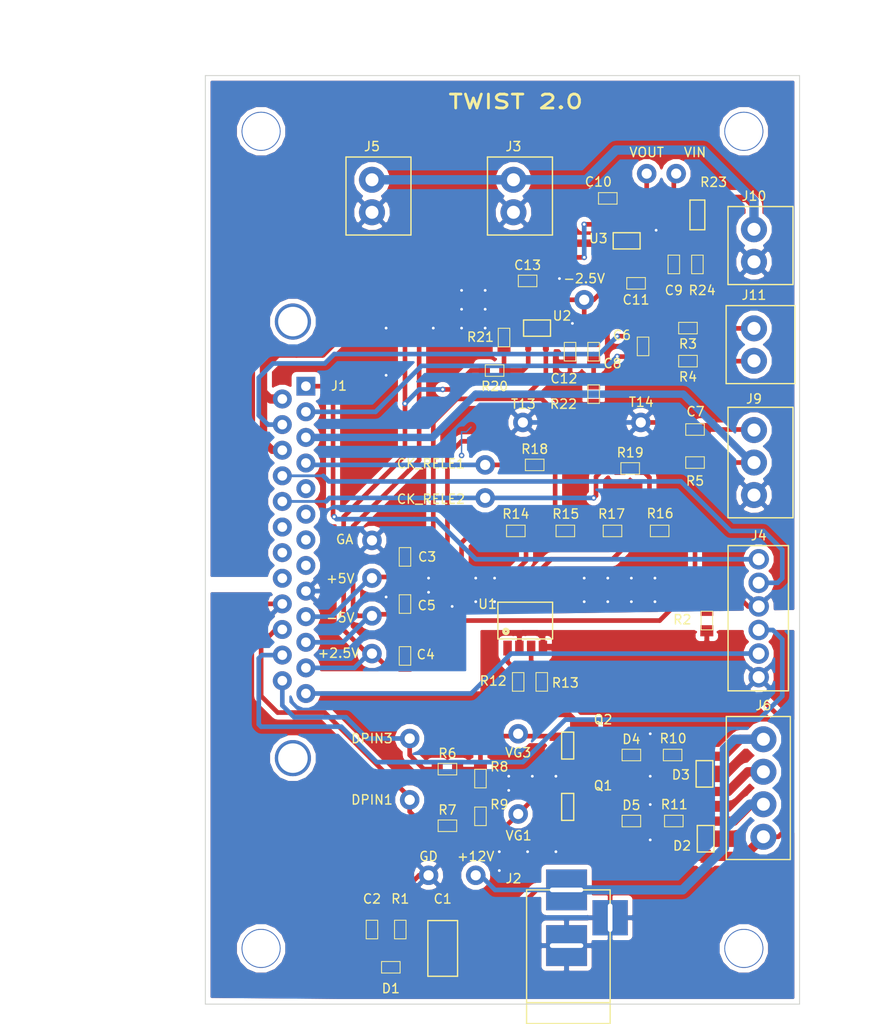
<source format=kicad_pcb>
(kicad_pcb (version 4) (host pcbnew 4.0.6)
  (layers (0 F.Cu signal) (31 B.Cu signal) (34 B.Paste user) (35 F.Paste user) (36 B.SilkS user) (37 F.SilkS user) (38 B.Mask user) (39 F.Mask user) (44 Edge.Cuts user))
  (net 0 "")
  (net 1 GNDD)
  (net 2 +12V)
  (net 3 +5V)
  (net 4 GNDA)
  (net 5 +2V5)
  (net 6 -5V)
  (net 7 /SHUNT+)
  (net 8 /SHUNT-)
  (net 9 "Net-(C11-Pad1)")
  (net 10 "Net-(C8-Pad2)")
  (net 11 "Net-(C9-Pad1)")
  (net 12 "Net-(D1-Pad2)")
  (net 13 /COIL2-)
  (net 14 /COIL1-)
  (net 15 "Net-(D4-Pad2)")
  (net 16 "Net-(D5-Pad2)")
  (net 17 /DPIN4)
  (net 18 /CHK_RE1)
  (net 19 /TEMP)
  (net 20 /CH2)
  (net 21 /DPIN3)
  (net 22 /DPIN2)
  (net 23 /DPIN1)
  (net 24 /CHK_RE2)
  (net 25 /CH7)
  (net 26 /VBATT+)
  (net 27 /VB+)
  (net 28 "Net-(J11-Pad1)")
  (net 29 "Net-(J11-Pad2)")
  (net 30 "Net-(Q1-Pad1)")
  (net 31 "Net-(Q2-Pad1)")
  (net 32 "Net-(R12-Pad1)")
  (net 33 "Net-(R13-Pad1)")
  (net 34 "Net-(R14-Pad2)")
  (net 35 "Net-(R16-Pad2)")
  (net 36 "Net-(R20-Pad1)")
  (net 37 "Net-(J1-Pad8)")
  (net 38 "Net-(J1-Pad7)")
  (net 39 "Net-(J1-Pad6)")
  (net 40 "Net-(J1-Pad5)")
  (net 41 "Net-(J1-Pad21)")
  (net 42 "Net-(J1-Pad20)")
  (net 43 "Net-(J1-Pad19)")
  (module MYLIB:mounting_hole_4MM (layer F.Cu) (at 42.164 51.308)
    (fp_text reference "" (at 0 0.5) (layer F.SilkS))
    (fp_text value mounting_hole_4MM)
    (pad 1 thru_hole circle (at 66.98 3.695) (size 4.2 4.2) (drill 4) (layers *.Cu *.Mask))
  )
  (module MYLIB:TSTPOINT (layer F.Cu) (at 69.088 107.188)
    (fp_text reference -5V (at -3.4036 0.2032) (layer F.SilkS))
    (fp_text value TestPoint)
    (pad 1 thru_hole circle (at 0 0) (size 2.1 2.1) (drill 1.1) (layers *.Cu *.Mask) (net 6 -5V))
  )
  (module MYLIB:TSTPOINT (layer F.Cu) (at 69.088 111.252)
    (fp_text reference +2.5V (at -3.6068 -0.0508) (layer F.SilkS))
    (fp_text value TestPoint)
    (pad 1 thru_hole circle (at 0 0) (size 2.1 2.1) (drill 1.1) (layers *.Cu *.Mask) (net 5 +2V5))
  )
  (module MYLIB:TSTPOINT (layer F.Cu) (at 69.088 103.124)
    (fp_text reference +5V (at -3.4036 0.0508) (layer F.SilkS))
    (fp_text value TestPoint)
    (pad 1 thru_hole circle (at 0 0) (size 2.1 2.1) (drill 1.1) (layers *.Cu *.Mask) (net 3 +5V))
  )
  (module MYLIB:TSTPOINT (layer F.Cu) (at 80.264 135.128)
    (fp_text reference +12V (at 0 -2.032) (layer F.SilkS))
    (fp_text value TestPoint)
    (pad 1 thru_hole circle (at 0 0) (size 2.1 2.1) (drill 1.1) (layers *.Cu *.Mask) (net 2 +12V))
  )
  (module MYLIB:TSTPOINT (layer F.Cu) (at 75.184 135.128)
    (fp_text reference GD (at 0 -2.032) (layer F.SilkS))
    (fp_text value TestPoint)
    (pad 1 thru_hole circle (at 0 0) (size 2.1 2.1) (drill 1.1) (layers *.Cu *.Mask) (net 1 GNDD))
  )
  (module MYLIB:TSTPOINT (layer F.Cu) (at 69.088 99.06)
    (fp_text reference GA (at -2.9464 -0.1016) (layer F.SilkS))
    (fp_text value TestPoint)
    (pad 1 thru_hole circle (at 0 0) (size 2.1 2.1) (drill 1.1) (layers *.Cu *.Mask) (net 4 GNDA))
  )
  (module MYLIB:0805 (layer F.Cu) (at 85.852 71.12)
    (fp_text reference C13 (at 0 -1.7) (layer F.SilkS))
    (fp_text value 100nF)
    (pad 1 smd rect (at -1.1 0) (size 1.2 1.4) (layers F.Cu F.Paste F.Mask) (net 4 GNDA))
    (pad 2 smd rect (at 1.1 0) (size 1.2 1.4) (layers F.Cu F.Paste F.Mask) (net 6 -5V))
  )
  (module MYLIB:0805 (layer F.Cu) (at 90.424 78.74 270)
    (fp_text reference C12 (at 2.8956 0.6604 360) (layer F.SilkS))
    (fp_text value 100nF)
    (pad 1 smd rect (at -1.1 0 270) (size 1.2 1.4) (layers F.Cu F.Paste F.Mask) (net 3 +5V))
    (pad 2 smd rect (at 1.1 0 270) (size 1.2 1.4) (layers F.Cu F.Paste F.Mask) (net 4 GNDA))
  )
  (module MYLIB:TSTPOINT (layer F.Cu) (at 98.679 59.563)
    (fp_text reference VOUT (at 0 -2.286) (layer F.SilkS))
    (fp_text value TestPoint)
    (pad 1 thru_hole circle (at 0 0) (size 2.1 2.1) (drill 1.1) (layers *.Cu *.Mask) (net 26 /VBATT+))
  )
  (module MYLIB:TSTPOINT (layer F.Cu) (at 101.854 59.563)
    (fp_text reference VIN (at 2.032 -2.286) (layer F.SilkS))
    (fp_text value TestPoint)
    (pad 1 thru_hole circle (at 0 0) (size 2.1 2.1) (drill 1.1) (layers *.Cu *.Mask) (net 11 "Net-(C9-Pad1)"))
  )
  (module MYLIB:TSTPOINT (layer F.Cu) (at 91.948 73.152)
    (fp_text reference -2.5V (at 0 -2.286) (layer F.SilkS))
    (fp_text value TestPoint)
    (pad 1 thru_hole circle (at 0 0) (size 2.1 2.1) (drill 1.1) (layers *.Cu *.Mask) (net 9 "Net-(C11-Pad1)"))
  )
  (module MYLIB:TSTPOINT (layer F.Cu) (at 98.044 86.36)
    (fp_text reference T14 (at 0.0508 -2.1844) (layer F.SilkS))
    (fp_text value TestPoint)
    (pad 1 thru_hole circle (at 0 0) (size 2.1 2.1) (drill 1.1) (layers *.Cu *.Mask) (net 4 GNDA))
  )
  (module MYLIB:TSTPOINT (layer F.Cu) (at 85.344 86.36)
    (fp_text reference T13 (at 0.0508 -1.9812) (layer F.SilkS))
    (fp_text value TestPoint)
    (pad 1 thru_hole circle (at 0 0) (size 2.1 2.1) (drill 1.1) (layers *.Cu *.Mask) (net 4 GNDA))
  )
  (module MYLIB:TSTPOINT (layer F.Cu) (at 81.28 94.488)
    (fp_text reference CK_RELE2 (at -5.842 0.127) (layer F.SilkS))
    (fp_text value TestPoint)
    (pad 1 thru_hole circle (at 0 0) (size 2.1 2.1) (drill 1.1) (layers *.Cu *.Mask) (net 24 /CHK_RE2))
  )
  (module MYLIB:TSTPOINT (layer F.Cu) (at 81.28 90.932)
    (fp_text reference CK_RELE1 (at -5.842 -0.127) (layer F.SilkS))
    (fp_text value TestPoint)
    (pad 1 thru_hole circle (at 0 0) (size 2.1 2.1) (drill 1.1) (layers *.Cu *.Mask) (net 18 /CHK_RE1))
  )
  (module MYLIB:TSTPOINT (layer F.Cu) (at 84.836 128.524)
    (fp_text reference VG1 (at 0.0508 2.3368) (layer F.SilkS))
    (fp_text value TestPoint)
    (pad 1 thru_hole circle (at 0 0) (size 2.1 2.1) (drill 1.1) (layers *.Cu *.Mask) (net 30 "Net-(Q1-Pad1)"))
  )
  (module MYLIB:TSTPOINT (layer F.Cu) (at 84.836 119.888)
    (fp_text reference VG3 (at 0 2.032) (layer F.SilkS))
    (fp_text value TestPoint)
    (pad 1 thru_hole circle (at 0 0) (size 2.1 2.1) (drill 1.1) (layers *.Cu *.Mask) (net 31 "Net-(Q2-Pad1)"))
  )
  (module MYLIB:TSTPOINT (layer F.Cu) (at 73.152 127)
    (fp_text reference DPIN1 (at -4.064 0) (layer F.SilkS))
    (fp_text value TestPoint)
    (pad 1 thru_hole circle (at 0 0) (size 2.1 2.1) (drill 1.1) (layers *.Cu *.Mask) (net 23 /DPIN1))
  )
  (module MYLIB:TSTPOINT (layer F.Cu) (at 73.152 120.396)
    (fp_text reference DPIN3 (at -4.064 0) (layer F.SilkS))
    (fp_text value TestPoint)
    (pad 1 thru_hole circle (at 0 0) (size 2.1 2.1) (drill 1.1) (layers *.Cu *.Mask) (net 21 /DPIN3))
  )
  (module MYLIB:SOT-23-5 (layer F.Cu) (at 86.868 76.2 180)
    (fp_text reference U2 (at -2.6924 1.3208 180) (layer F.SilkS))
    (fp_text value LT6003)
    (pad 2 smd rect (at 0 1.56 180) (size 0.62 1.72) (layers F.Cu F.Paste F.Mask) (net 6 -5V))
    (pad 3 smd rect (at 0.95 1.56 180) (size 0.62 1.72) (layers F.Cu F.Paste F.Mask) (net 4 GNDA))
    (pad 1 smd rect (at -0.95 1.56 180) (size 0.62 1.72) (layers F.Cu F.Paste F.Mask) (net 9 "Net-(C11-Pad1)"))
    (pad 5 smd rect (at -0.95 -1.56 180) (size 0.65 1.72) (layers F.Cu F.Paste F.Mask) (net 3 +5V))
    (pad 4 smd rect (at 0.95 -1.56 180) (size 0.65 1.72) (layers F.Cu F.Paste F.Mask) (net 36 "Net-(R20-Pad1)"))
  )
  (module MYLIB:0805 (layer F.Cu) (at 104.14 69.342 270)
    (fp_text reference R24 (at 2.794 -0.508 360) (layer F.SilkS))
    (fp_text value 330K)
    (pad 1 smd rect (at -1.1 0 270) (size 1.2 1.4) (layers F.Cu F.Paste F.Mask) (net 11 "Net-(C9-Pad1)"))
    (pad 2 smd rect (at 1.1 0 270) (size 1.2 1.4) (layers F.Cu F.Paste F.Mask) (net 4 GNDA))
  )
  (module MYLIB:0805 (layer F.Cu) (at 92.964 83.312 270)
    (fp_text reference R22 (at 1.0668 3.2512 360) (layer F.SilkS))
    (fp_text value 2k)
    (pad 1 smd rect (at -1.1 0 270) (size 1.2 1.4) (layers F.Cu F.Paste F.Mask) (net 10 "Net-(C8-Pad2)"))
    (pad 2 smd rect (at 1.1 0 270) (size 1.2 1.4) (layers F.Cu F.Paste F.Mask) (net 4 GNDA))
  )
  (module MYLIB:0805 (layer F.Cu) (at 82.296 80.772 180)
    (fp_text reference R20 (at 0 -1.7 180) (layer F.SilkS))
    (fp_text value 1M)
    (pad 1 smd rect (at -1.1 0 180) (size 1.2 1.4) (layers F.Cu F.Paste F.Mask) (net 36 "Net-(R20-Pad1)"))
    (pad 2 smd rect (at 1.1 0 180) (size 1.2 1.4) (layers F.Cu F.Paste F.Mask) (net 5 +2V5))
  )
  (module MYLIB:0805 (layer F.Cu) (at 96.901 91.313)
    (fp_text reference R19 (at 0 -1.7) (layer F.SilkS))
    (fp_text value 0)
    (pad 1 smd rect (at -1.1 0) (size 1.2 1.4) (layers F.Cu F.Paste F.Mask) (net 24 /CHK_RE2))
    (pad 2 smd rect (at 1.1 0) (size 1.2 1.4) (layers F.Cu F.Paste F.Mask) (net 35 "Net-(R16-Pad2)"))
  )
  (module MYLIB:0805 (layer F.Cu) (at 86.614 90.932)
    (fp_text reference R18 (at 0 -1.7) (layer F.SilkS))
    (fp_text value 0)
    (pad 1 smd rect (at -1.1 0) (size 1.2 1.4) (layers F.Cu F.Paste F.Mask) (net 18 /CHK_RE1))
    (pad 2 smd rect (at 1.1 0) (size 1.2 1.4) (layers F.Cu F.Paste F.Mask) (net 34 "Net-(R14-Pad2)"))
  )
  (module MYLIB:0805 (layer F.Cu) (at 94.996 98.044 180)
    (fp_text reference R17 (at 0.1016 1.8288 180) (layer F.SilkS))
    (fp_text value 66.5k)
    (pad 1 smd rect (at -1.1 0 180) (size 1.2 1.4) (layers F.Cu F.Paste F.Mask) (net 35 "Net-(R16-Pad2)"))
    (pad 2 smd rect (at 1.1 0 180) (size 1.2 1.4) (layers F.Cu F.Paste F.Mask) (net 4 GNDA))
  )
  (module MYLIB:0805 (layer F.Cu) (at 100.076 98.044 180)
    (fp_text reference R16 (at -0.0508 1.8796 180) (layer F.SilkS))
    (fp_text value 100k)
    (pad 1 smd rect (at -1.1 0 180) (size 1.2 1.4) (layers F.Cu F.Paste F.Mask) (net 5 +2V5))
    (pad 2 smd rect (at 1.1 0 180) (size 1.2 1.4) (layers F.Cu F.Paste F.Mask) (net 35 "Net-(R16-Pad2)"))
  )
  (module MYLIB:0805 (layer F.Cu) (at 89.916 98.044)
    (fp_text reference R15 (at 0.0508 -1.8288) (layer F.SilkS))
    (fp_text value 66.5k)
    (pad 1 smd rect (at -1.1 0) (size 1.2 1.4) (layers F.Cu F.Paste F.Mask) (net 34 "Net-(R14-Pad2)"))
    (pad 2 smd rect (at 1.1 0) (size 1.2 1.4) (layers F.Cu F.Paste F.Mask) (net 4 GNDA))
  )
  (module MYLIB:0805 (layer F.Cu) (at 84.582 98.044)
    (fp_text reference R14 (at 0 -1.8288) (layer F.SilkS))
    (fp_text value 100k)
    (pad 1 smd rect (at -1.1 0) (size 1.2 1.4) (layers F.Cu F.Paste F.Mask) (net 5 +2V5))
    (pad 2 smd rect (at 1.1 0) (size 1.2 1.4) (layers F.Cu F.Paste F.Mask) (net 34 "Net-(R14-Pad2)"))
  )
  (module MYLIB:0805 (layer F.Cu) (at 87.376 114.3 270)
    (fp_text reference R13 (at 0.1016 -2.54 360) (layer F.SilkS))
    (fp_text value 1K)
    (pad 1 smd rect (at -1.1 0 270) (size 1.2 1.4) (layers F.Cu F.Paste F.Mask) (net 33 "Net-(R13-Pad1)"))
    (pad 2 smd rect (at 1.1 0 270) (size 1.2 1.4) (layers F.Cu F.Paste F.Mask) (net 13 /COIL2-))
  )
  (module MYLIB:0805 (layer F.Cu) (at 84.836 114.3 270)
    (fp_text reference R12 (at -0.1016 2.6924 360) (layer F.SilkS))
    (fp_text value 1K)
    (pad 1 smd rect (at -1.1 0 270) (size 1.2 1.4) (layers F.Cu F.Paste F.Mask) (net 32 "Net-(R12-Pad1)"))
    (pad 2 smd rect (at 1.1 0 270) (size 1.2 1.4) (layers F.Cu F.Paste F.Mask) (net 14 /COIL1-))
  )
  (module MYLIB:0805 (layer F.Cu) (at 101.6 129.286 180)
    (fp_text reference R11 (at -0.0508 1.778 180) (layer F.SilkS))
    (fp_text value 1k)
    (pad 1 smd rect (at -1.1 0 180) (size 1.2 1.4) (layers F.Cu F.Paste F.Mask) (net 2 +12V))
    (pad 2 smd rect (at 1.1 0 180) (size 1.2 1.4) (layers F.Cu F.Paste F.Mask) (net 16 "Net-(D5-Pad2)"))
  )
  (module MYLIB:0805 (layer F.Cu) (at 101.473 122.174 180)
    (fp_text reference R10 (at -0.0508 1.778 180) (layer F.SilkS))
    (fp_text value 1k)
    (pad 1 smd rect (at -1.1 0 180) (size 1.2 1.4) (layers F.Cu F.Paste F.Mask) (net 2 +12V))
    (pad 2 smd rect (at 1.1 0 180) (size 1.2 1.4) (layers F.Cu F.Paste F.Mask) (net 15 "Net-(D4-Pad2)"))
  )
  (module MYLIB:0805 (layer F.Cu) (at 80.772 128.778 90)
    (fp_text reference R9 (at 1.27 2.032 180) (layer F.SilkS))
    (fp_text value 100K)
    (pad 1 smd rect (at -1.1 0 90) (size 1.2 1.4) (layers F.Cu F.Paste F.Mask) (net 30 "Net-(Q1-Pad1)"))
    (pad 2 smd rect (at 1.1 0 90) (size 1.2 1.4) (layers F.Cu F.Paste F.Mask) (net 1 GNDD))
  )
  (module MYLIB:0805 (layer F.Cu) (at 80.772 124.714 270)
    (fp_text reference R8 (at -1.27 -2.032 360) (layer F.SilkS))
    (fp_text value 100K)
    (pad 1 smd rect (at -1.1 0 270) (size 1.2 1.4) (layers F.Cu F.Paste F.Mask) (net 31 "Net-(Q2-Pad1)"))
    (pad 2 smd rect (at 1.1 0 270) (size 1.2 1.4) (layers F.Cu F.Paste F.Mask) (net 1 GNDD))
  )
  (module MYLIB:0805 (layer F.Cu) (at 77.216 129.794)
    (fp_text reference R7 (at 0 -1.7) (layer F.SilkS))
    (fp_text value 10K)
    (pad 1 smd rect (at -1.1 0) (size 1.2 1.4) (layers F.Cu F.Paste F.Mask) (net 23 /DPIN1))
    (pad 2 smd rect (at 1.1 0) (size 1.2 1.4) (layers F.Cu F.Paste F.Mask) (net 30 "Net-(Q1-Pad1)"))
  )
  (module MYLIB:0805 (layer F.Cu) (at 77.216 123.698)
    (fp_text reference R6 (at 0 -1.7) (layer F.SilkS))
    (fp_text value 10K)
    (pad 1 smd rect (at -1.1 0) (size 1.2 1.4) (layers F.Cu F.Paste F.Mask) (net 21 /DPIN3))
    (pad 2 smd rect (at 1.1 0) (size 1.2 1.4) (layers F.Cu F.Paste F.Mask) (net 31 "Net-(Q2-Pad1)"))
  )
  (module MYLIB:0805 (layer F.Cu) (at 103.886 90.678 180)
    (fp_text reference R5 (at 0 -1.9812 180) (layer F.SilkS))
    (fp_text value 100K)
    (pad 1 smd rect (at -1.1 0 180) (size 1.2 1.4) (layers F.Cu F.Paste F.Mask) (net 19 /TEMP))
    (pad 2 smd rect (at 1.1 0 180) (size 1.2 1.4) (layers F.Cu F.Paste F.Mask) (net 6 -5V))
  )
  (module MYLIB:0805 (layer F.Cu) (at 103.124 79.756 180)
    (fp_text reference R4 (at 0 -1.7 180) (layer F.SilkS))
    (fp_text value 1k)
    (pad 1 smd rect (at -1.1 0 180) (size 1.2 1.4) (layers F.Cu F.Paste F.Mask) (net 29 "Net-(J11-Pad2)"))
    (pad 2 smd rect (at 1.1 0 180) (size 1.2 1.4) (layers F.Cu F.Paste F.Mask) (net 8 /SHUNT-))
  )
  (module MYLIB:0805 (layer F.Cu) (at 103.124 76.2 180)
    (fp_text reference R3 (at 0 -1.7 180) (layer F.SilkS))
    (fp_text value 1k)
    (pad 1 smd rect (at -1.1 0 180) (size 1.2 1.4) (layers F.Cu F.Paste F.Mask) (net 28 "Net-(J11-Pad1)"))
    (pad 2 smd rect (at 1.1 0 180) (size 1.2 1.4) (layers F.Cu F.Paste F.Mask) (net 7 /SHUNT+))
  )
  (module MYLIB:0805 (layer F.Cu) (at 105.156 107.696 90)
    (fp_text reference R2 (at 0.1016 -2.6416 180) (layer F.SilkS))
    (fp_text value 100k)
    (pad 1 smd rect (at -1.1 0 90) (size 1.2 1.4) (layers F.Cu F.Paste F.Mask) (net 1 GNDD))
    (pad 2 smd rect (at 1.1 0 90) (size 1.2 1.4) (layers F.Cu F.Paste F.Mask) (net 4 GNDA))
  )
  (module MYLIB:0805 (layer F.Cu) (at 72.136 140.97 270)
    (fp_text reference R1 (at -3.302 0 360) (layer F.SilkS))
    (fp_text value 1k)
    (pad 1 smd rect (at -1.1 0 270) (size 1.2 1.4) (layers F.Cu F.Paste F.Mask) (net 2 +12V))
    (pad 2 smd rect (at 1.1 0 270) (size 1.2 1.4) (layers F.Cu F.Paste F.Mask) (net 12 "Net-(D1-Pad2)"))
  )
  (module MYLIB:SOT-23-3-POT (layer F.Cu) (at 90.17 121.158 270)
    (fp_text reference Q2 (at -2.794 -3.81 360) (layer F.SilkS))
    (fp_text value DMG3420U)
    (pad 3 smd rect (at 0 -1.25 270) (size 3 1.4) (layers F.Cu F.Paste F.Mask) (net 14 /COIL1-))
    (pad 2 smd rect (at 0.95 1.25 270) (size 0.9 1.4) (layers F.Cu F.Paste F.Mask) (net 1 GNDD))
    (pad 1 smd rect (at -0.95 1.25 270) (size 0.9 1.4) (layers F.Cu F.Paste F.Mask) (net 31 "Net-(Q2-Pad1)"))
  )
  (module MYLIB:SOT-23-3-POT (layer F.Cu) (at 90.17 127.762 270)
    (fp_text reference Q1 (at -2.286 -3.81 360) (layer F.SilkS))
    (fp_text value DMG3420U)
    (pad 3 smd rect (at 0 -1.25 270) (size 3 1.4) (layers F.Cu F.Paste F.Mask) (net 13 /COIL2-))
    (pad 2 smd rect (at 0.95 1.25 270) (size 0.9 1.4) (layers F.Cu F.Paste F.Mask) (net 1 GNDD))
    (pad 1 smd rect (at -0.95 1.25 270) (size 0.9 1.4) (layers F.Cu F.Paste F.Mask) (net 30 "Net-(Q1-Pad1)"))
  )
  (module MYLIB:0805 (layer F.Cu) (at 97.028 129.286)
    (fp_text reference D5 (at 0 -1.7) (layer F.SilkS))
    (fp_text value LED_R)
    (pad 1 smd rect (at -1.1 0) (size 1.2 1.4) (layers F.Cu F.Paste F.Mask) (net 13 /COIL2-))
    (pad 2 smd rect (at 1.1 0) (size 1.2 1.4) (layers F.Cu F.Paste F.Mask) (net 16 "Net-(D5-Pad2)"))
  )
  (module MYLIB:0805 (layer F.Cu) (at 97.028 122.174)
    (fp_text reference D4 (at 0 -1.7) (layer F.SilkS))
    (fp_text value LED_Y)
    (pad 1 smd rect (at -1.1 0) (size 1.2 1.4) (layers F.Cu F.Paste F.Mask) (net 14 /COIL1-))
    (pad 2 smd rect (at 1.1 0) (size 1.2 1.4) (layers F.Cu F.Paste F.Mask) (net 15 "Net-(D4-Pad2)"))
  )
  (module MYLIB:SOD-123 (layer F.Cu) (at 104.902 124.206)
    (fp_text reference D3 (at -2.54 0.1016) (layer F.SilkS))
    (fp_text value MBR0520L)
    (pad 2 smd rect (at 0 1.895) (size 1.1 1.4) (layers F.Cu F.Paste F.Mask) (net 14 /COIL1-))
    (pad 1 smd rect (at 0 -1.895) (size 1.1 1.4) (layers F.Cu F.Paste F.Mask) (net 2 +12V))
  )
  (module MYLIB:SOD-123 (layer F.Cu) (at 105.029 131.191)
    (fp_text reference D2 (at -2.54 0.762) (layer F.SilkS))
    (fp_text value MBR0520L)
    (pad 2 smd rect (at 0 1.895) (size 1.1 1.4) (layers F.Cu F.Paste F.Mask) (net 13 /COIL2-))
    (pad 1 smd rect (at 0 -1.895) (size 1.1 1.4) (layers F.Cu F.Paste F.Mask) (net 2 +12V))
  )
  (module MYLIB:0805 (layer F.Cu) (at 71.12 145.034)
    (fp_text reference D1 (at 0 2.286) (layer F.SilkS))
    (fp_text value LED_G)
    (pad 1 smd rect (at -1.1 0) (size 1.2 1.4) (layers F.Cu F.Paste F.Mask) (net 1 GNDD))
    (pad 2 smd rect (at 1.1 0) (size 1.2 1.4) (layers F.Cu F.Paste F.Mask) (net 12 "Net-(D1-Pad2)"))
  )
  (module MYLIB:0805 (layer F.Cu) (at 97.536 71.374)
    (fp_text reference C11 (at 0 1.778) (layer F.SilkS))
    (fp_text value 100nF)
    (pad 1 smd rect (at -1.1 0) (size 1.2 1.4) (layers F.Cu F.Paste F.Mask) (net 9 "Net-(C11-Pad1)"))
    (pad 2 smd rect (at 1.1 0) (size 1.2 1.4) (layers F.Cu F.Paste F.Mask) (net 4 GNDA))
  )
  (module MYLIB:0805 (layer F.Cu) (at 94.488 62.23 180)
    (fp_text reference C10 (at 1.016 1.778 180) (layer F.SilkS))
    (fp_text value 100nF)
    (pad 1 smd rect (at -1.1 0 180) (size 1.2 1.4) (layers F.Cu F.Paste F.Mask) (net 5 +2V5))
    (pad 2 smd rect (at 1.1 0 180) (size 1.2 1.4) (layers F.Cu F.Paste F.Mask) (net 4 GNDA))
  )
  (module MYLIB:0805 (layer F.Cu) (at 92.964 78.74 270)
    (fp_text reference C8 (at 1.27 -2.032 360) (layer F.SilkS))
    (fp_text value 1u)
    (pad 1 smd rect (at -1.1 0 270) (size 1.2 1.4) (layers F.Cu F.Paste F.Mask) (net 9 "Net-(C11-Pad1)"))
    (pad 2 smd rect (at 1.1 0 270) (size 1.2 1.4) (layers F.Cu F.Paste F.Mask) (net 10 "Net-(C8-Pad2)"))
  )
  (module MYLIB:0805 (layer F.Cu) (at 103.886 87.122 180)
    (fp_text reference C7 (at -0.0508 1.9304 180) (layer F.SilkS))
    (fp_text value 100nf)
    (pad 1 smd rect (at -1.1 0 180) (size 1.2 1.4) (layers F.Cu F.Paste F.Mask) (net 3 +5V))
    (pad 2 smd rect (at 1.1 0 180) (size 1.2 1.4) (layers F.Cu F.Paste F.Mask) (net 4 GNDA))
  )
  (module MYLIB:0805 (layer F.Cu) (at 98.28784 78.17104 270)
    (fp_text reference C6 (at -1.20904 2.27584 360) (layer F.SilkS))
    (fp_text value 100u)
    (pad 1 smd rect (at -1.1 0 270) (size 1.2 1.4) (layers F.Cu F.Paste F.Mask) (net 7 /SHUNT+))
    (pad 2 smd rect (at 1.1 0 270) (size 1.2 1.4) (layers F.Cu F.Paste F.Mask) (net 8 /SHUNT-))
  )
  (module MYLIB:0805 (layer F.Cu) (at 72.644 105.918 90)
    (fp_text reference C5 (at -0.1524 2.3368 180) (layer F.SilkS))
    (fp_text value 100nF)
    (pad 1 smd rect (at -1.1 0 90) (size 1.2 1.4) (layers F.Cu F.Paste F.Mask) (net 6 -5V))
    (pad 2 smd rect (at 1.1 0 90) (size 1.2 1.4) (layers F.Cu F.Paste F.Mask) (net 4 GNDA))
  )
  (module MYLIB:0805 (layer F.Cu) (at 72.644 111.506 90)
    (fp_text reference C4 (at 0.1524 2.2352 180) (layer F.SilkS))
    (fp_text value 100nF)
    (pad 1 smd rect (at -1.1 0 90) (size 1.2 1.4) (layers F.Cu F.Paste F.Mask) (net 5 +2V5))
    (pad 2 smd rect (at 1.1 0 90) (size 1.2 1.4) (layers F.Cu F.Paste F.Mask) (net 4 GNDA))
  )
  (module MYLIB:0805 (layer F.Cu) (at 72.644 100.838 90)
    (fp_text reference C3 (at 0 2.3876 180) (layer F.SilkS))
    (fp_text value 100nF)
    (pad 1 smd rect (at -1.1 0 90) (size 1.2 1.4) (layers F.Cu F.Paste F.Mask) (net 3 +5V))
    (pad 2 smd rect (at 1.1 0 90) (size 1.2 1.4) (layers F.Cu F.Paste F.Mask) (net 4 GNDA))
  )
  (module MYLIB:0805 (layer F.Cu) (at 69.088 140.97 270)
    (fp_text reference C2 (at -3.302 0 360) (layer F.SilkS))
    (fp_text value 100nF)
    (pad 1 smd rect (at -1.1 0 270) (size 1.2 1.4) (layers F.Cu F.Paste F.Mask) (net 2 +12V))
    (pad 2 smd rect (at 1.1 0 270) (size 1.2 1.4) (layers F.Cu F.Paste F.Mask) (net 1 GNDD))
  )
  (module MYLIB:C_2312 (layer F.Cu) (at 76.708 143.002 270)
    (fp_text reference C1 (at -5.334 0 360) (layer F.SilkS))
    (fp_text value 100uF)
    (pad 2 smd rect (at 2.35 0 270) (size 2.7 3.8) (layers F.Cu F.Paste F.Mask) (net 1 GNDD))
    (pad 1 smd rect (at -2.35 0 270) (size 2.7 3.8) (layers F.Cu F.Paste F.Mask) (net 2 +12V))
  )
  (module MYLIB:0805 (layer F.Cu) (at 83.312 77.216 270)
    (fp_text reference R21 (at -0.0508 2.54 360) (layer F.SilkS))
    (fp_text value 1M)
    (pad 1 smd rect (at -1.1 0 270) (size 1.2 1.4) (layers F.Cu F.Paste F.Mask) (net 9 "Net-(C11-Pad1)"))
    (pad 2 smd rect (at 1.1 0 270) (size 1.2 1.4) (layers F.Cu F.Paste F.Mask) (net 36 "Net-(R20-Pad1)"))
  )
  (module MYLIB:0805 (layer F.Cu) (at 101.6 69.342 270)
    (fp_text reference C9 (at 2.794 0 360) (layer F.SilkS))
    (fp_text value 1uF)
    (pad 1 smd rect (at -1.1 0 270) (size 1.2 1.4) (layers F.Cu F.Paste F.Mask) (net 11 "Net-(C9-Pad1)"))
    (pad 2 smd rect (at 1.1 0 270) (size 1.2 1.4) (layers F.Cu F.Paste F.Mask) (net 4 GNDA))
  )
  (module MYLIB:SOT-23-5 (layer F.Cu) (at 96.52 66.802)
    (fp_text reference U3 (at -3.048 -0.254) (layer F.SilkS))
    (fp_text value ADA4051)
    (pad 2 smd rect (at 0 1.56) (size 0.62 1.72) (layers F.Cu F.Paste F.Mask) (net 9 "Net-(C11-Pad1)"))
    (pad 3 smd rect (at 0.95 1.56) (size 0.62 1.72) (layers F.Cu F.Paste F.Mask) (net 11 "Net-(C9-Pad1)"))
    (pad 1 smd rect (at -0.95 1.56) (size 0.62 1.72) (layers F.Cu F.Paste F.Mask) (net 26 /VBATT+))
    (pad 5 smd rect (at -0.95 -1.56) (size 0.65 1.72) (layers F.Cu F.Paste F.Mask) (net 5 +2V5))
    (pad 4 smd rect (at 0.95 -1.56) (size 0.65 1.72) (layers F.Cu F.Paste F.Mask) (net 26 /VBATT+))
  )
  (module MYLIB:R_1206 (layer F.Cu) (at 104.14 64.008 270)
    (fp_text reference R23 (at -3.52044 -1.74752 360) (layer F.SilkS))
    (fp_text value 990K)
    (pad 1 smd rect (at -1.774 0 270) (size 1.414 1.71) (layers F.Cu F.Paste F.Mask) (net 27 /VB+))
    (pad 2 smd rect (at 1.774 0 270) (size 1.414 1.71) (layers F.Cu F.Paste F.Mask) (net 11 "Net-(C9-Pad1)"))
  )
  (module MYLIB:conn_alim (layer F.Cu) (at 93.472 139.7 90)
    (fp_text reference J2 (at 4.2164 -9.13384 180) (layer F.SilkS))
    (fp_text value ALIM_JACK)
    (pad 1 thru_hole rect (at 3 -3.425 90) (size 4.4 4.4) (drill oval 0.5 3.6) (layers *.Cu *.Mask) (net 2 +12V))
    (pad 2 thru_hole rect (at -3 -3.425 90) (size 4.4 4.4) (drill oval 0.5 3.6) (layers *.Cu *.Mask) (net 1 GNDD))
    (pad 3 thru_hole rect (at 0 1.27 90) (size 3.8 3.8) (drill oval 3.05 0.5) (layers *.Cu *.Mask) (net 1 GNDD))
  )
  (module MYLIB:mounting_hole_4MM (layer F.Cu) (at 42.164 58.928)
    (fp_text reference "" (at 0 0.5) (layer F.SilkS))
    (fp_text value mounting_hole_4MM)
    (pad 1 thru_hole circle (at 14.98 84.075) (size 4.2 4.2) (drill 4) (layers *.Cu *.Mask))
  )
  (module MYLIB:mounting_hole_4MM (layer F.Cu) (at 37.084 47.244)
    (fp_text reference "" (at 0 0.5) (layer F.SilkS))
    (fp_text value mounting_hole_4MM)
    (pad 1 thru_hole circle (at 20.06 7.759) (size 4.2 4.2) (drill 4) (layers *.Cu *.Mask))
  )
  (module MYLIB:mounting_hole_4MM (layer F.Cu) (at 36.576 56.388)
    (fp_text reference "" (at 0 0.5) (layer F.SilkS))
    (fp_text value mounting_hole_4MM)
    (pad 1 thru_hole circle (at 72.568 86.615) (size 4.2 4.2) (drill 4) (layers *.Cu *.Mask))
  )
  (module MYLIB:morsett_1x02 (layer F.Cu) (at 110.236 67.31 270)
    (fp_text reference J10 (at -5.334 0 360) (layer F.SilkS))
    (fp_text value morsett_1x02_MALE)
    (pad 1 thru_hole circle (at -1.75 0 270) (size 2.8 2.8) (drill 1.4) (layers *.Cu *.Mask) (net 27 /VB+))
    (pad 2 thru_hole circle (at 1.75 0 270) (size 2.8 2.8) (drill 1.4) (layers *.Cu *.Mask) (net 4 GNDA))
  )
  (module MYLIB:morsett_1x02_G (layer F.Cu) (at 110.236 77.978 270)
    (fp_text reference J11 (at -5.334 0 360) (layer F.SilkS))
    (fp_text value morsett_1x02_MALE)
    (pad 1 thru_hole circle (at -1.75 0 270) (size 2.8 2.8) (drill 1.4) (layers *.Cu *.Mask) (net 28 "Net-(J11-Pad1)"))
    (pad 2 thru_hole circle (at 1.75 0 270) (size 2.8 2.8) (drill 1.4) (layers *.Cu *.Mask) (net 29 "Net-(J11-Pad2)"))
  )
  (module MYLIB:morsett_1x03 (layer F.Cu) (at 110.236 90.678 270)
    (fp_text reference J9 (at -6.858 0 360) (layer F.SilkS))
    (fp_text value morsett_1x03_MALE)
    (pad 1 thru_hole circle (at -3.5 0 270) (size 2.8 2.8) (drill 1.4) (layers *.Cu *.Mask) (net 3 +5V))
    (pad 2 thru_hole circle (at 0 0 270) (size 2.8 2.8) (drill 1.4) (layers *.Cu *.Mask) (net 19 /TEMP))
    (pad 3 thru_hole circle (at 3.5 0 270) (size 2.8 2.8) (drill 1.4) (layers *.Cu *.Mask) (net 4 GNDA))
  )
  (module MYLIB:morsett_1x06_CB (layer F.Cu) (at 110.744 107.442 90)
    (fp_text reference J4 (at 8.89 0 180) (layer F.SilkS))
    (fp_text value CONN_01X06)
    (pad 3 thru_hole circle (at -1.27 0 90) (size 2.2 2.2) (drill 1.3) (layers *.Cu *.Mask) (net 22 /DPIN2))
    (pad 4 thru_hole circle (at 1.27 0 90) (size 2.2 2.2) (drill 1.3) (layers *.Cu *.Mask) (net 4 GNDA))
    (pad 2 thru_hole circle (at -3.81 0 90) (size 2.2 2.2) (drill 1.3) (layers *.Cu *.Mask) (net 17 /DPIN4))
    (pad 5 thru_hole circle (at 3.81 0 90) (size 2.2 2.2) (drill 1.3) (layers *.Cu *.Mask) (net 25 /CH7))
    (pad 1 thru_hole circle (at -6.35 0 90) (size 2.2 2.2) (drill 1.3) (layers *.Cu *.Mask) (net 1 GNDD))
    (pad 6 thru_hole circle (at 6.35 0 90) (size 2.2 2.2) (drill 1.3) (layers *.Cu *.Mask) (net 20 /CH2))
  )
  (module MYLIB:morsett_1x04 (layer F.Cu) (at 111.252 125.73 90)
    (fp_text reference J6 (at 8.89 0 180) (layer F.SilkS))
    (fp_text value CONN_01X04_MALE)
    (pad 2 thru_hole circle (at -1.75 0 90) (size 2.8 2.8) (drill 1.4) (layers *.Cu *.Mask) (net 2 +12V))
    (pad 3 thru_hole circle (at 1.75 0 90) (size 2.8 2.8) (drill 1.4) (layers *.Cu *.Mask) (net 14 /COIL1-))
    (pad 1 thru_hole circle (at -5.25 0 90) (size 2.8 2.8) (drill 1.4) (layers *.Cu *.Mask) (net 13 /COIL2-))
    (pad 4 thru_hole circle (at 5.25 0 90) (size 2.8 2.8) (drill 1.4) (layers *.Cu *.Mask) (net 2 +12V))
  )
  (module MYLIB:morsett_1x02 (layer F.Cu) (at 69.088 61.976 270)
    (fp_text reference J5 (at -5.334 0 360) (layer F.SilkS))
    (fp_text value morsett_1x02_MALE)
    (pad 1 thru_hole circle (at -1.75 0 270) (size 2.8 2.8) (drill 1.4) (layers *.Cu *.Mask) (net 27 /VB+))
    (pad 2 thru_hole circle (at 1.75 0 270) (size 2.8 2.8) (drill 1.4) (layers *.Cu *.Mask) (net 4 GNDA))
  )
  (module MYLIB:morsett_1x02 (layer F.Cu) (at 84.328 61.976 270)
    (fp_text reference J3 (at -5.334 0 360) (layer F.SilkS))
    (fp_text value morsett_1x02_MALE)
    (pad 1 thru_hole circle (at -1.75 0 270) (size 2.8 2.8) (drill 1.4) (layers *.Cu *.Mask) (net 27 /VB+))
    (pad 2 thru_hole circle (at 1.75 0 270) (size 2.8 2.8) (drill 1.4) (layers *.Cu *.Mask) (net 4 GNDA))
  )
  (module MYLIB:8-SOIC (layer F.Cu) (at 85.598 107.696 90)
    (fp_text reference U1 (at 1.778 -4.064 180) (layer F.SilkS))
    (fp_text value VOD205T)
    (pad 2 smd rect (at -2.96 -0.635 90) (size 1.6 0.91) (layers F.Cu F.Paste F.Mask) (net 1 GNDD))
    (pad 3 smd rect (at -2.96 0.635 90) (size 1.6 0.91) (layers F.Cu F.Paste F.Mask) (net 33 "Net-(R13-Pad1)"))
    (pad 4 smd rect (at -2.96 1.905 90) (size 1.6 0.91) (layers F.Cu F.Paste F.Mask) (net 1 GNDD))
    (pad 5 smd rect (at 2.96 1.905 90) (size 1.6 0.91) (layers F.Cu F.Paste F.Mask) (net 4 GNDA))
    (pad 7 smd rect (at 2.96 -0.635 90) (size 1.6 0.91) (layers F.Cu F.Paste F.Mask) (net 4 GNDA))
    (pad 6 smd rect (at 2.96 0.635 90) (size 1.6 0.91) (layers F.Cu F.Paste F.Mask) (net 35 "Net-(R16-Pad2)"))
    (pad 8 smd rect (at 2.96 -1.905 90) (size 1.6 0.91) (layers F.Cu F.Paste F.Mask) (net 34 "Net-(R14-Pad2)"))
    (pad 1 smd rect (at -2.96 -1.905 90) (size 1.6 0.91) (layers F.Cu F.Paste F.Mask) (net 32 "Net-(R12-Pad1)"))
  )
  (module MYLIB:DB25MC (layer F.Cu) (at 61.97092 82.455 90)
    (fp_text reference J1 (at 0.032 3.56108 180) (layer F.SilkS))
    (fp_text value DB25_MALE)
    (pad "" thru_hole circle (at 6.96 -1.4 90) (size 3.9 3.9) (drill 3.18) (layers *.Cu *.Mask))
    (pad "" thru_hole circle (at -40.056 -1.4 90) (size 3.9 3.9) (drill 3.18) (layers *.Cu *.Mask))
    (pad 13 thru_hole circle (at -33.096 0 90) (size 2.04 2.04) (drill 1.04) (layers *.Cu *.Mask) (net 17 /DPIN4))
    (pad 12 thru_hole circle (at -30.338 0 90) (size 2.04 2.04) (drill 1.04) (layers *.Cu *.Mask) (net 5 +2V5))
    (pad 11 thru_hole circle (at -27.58 0 90) (size 2.04 2.04) (drill 1.04) (layers *.Cu *.Mask) (net 6 -5V))
    (pad 10 thru_hole circle (at -24.822 0 90) (size 2.04 2.04) (drill 1.04) (layers *.Cu *.Mask) (net 3 +5V))
    (pad 9 thru_hole circle (at -22.064 0 90) (size 2.04 2.04) (drill 1.04) (layers *.Cu *.Mask) (net 4 GNDA))
    (pad 8 thru_hole circle (at -19.306 0 90) (size 2.04 2.04) (drill 1.04) (layers *.Cu *.Mask) (net 37 "Net-(J1-Pad8)"))
    (pad 7 thru_hole circle (at -16.548 0 90) (size 2.04 2.04) (drill 1.04) (layers *.Cu *.Mask) (net 38 "Net-(J1-Pad7)"))
    (pad 6 thru_hole circle (at -13.79 0 90) (size 2.04 2.04) (drill 1.04) (layers *.Cu *.Mask) (net 39 "Net-(J1-Pad6)"))
    (pad 5 thru_hole circle (at -11.032 0 90) (size 2.04 2.04) (drill 1.04) (layers *.Cu *.Mask) (net 40 "Net-(J1-Pad5)"))
    (pad 4 thru_hole circle (at -8.274 0 90) (size 2.04 2.04) (drill 1.04) (layers *.Cu *.Mask) (net 18 /CHK_RE1))
    (pad 3 thru_hole circle (at -5.516 0 90) (size 2.04 2.04) (drill 1.04) (layers *.Cu *.Mask) (net 19 /TEMP))
    (pad 2 thru_hole circle (at -2.758 0 90) (size 2.04 2.04) (drill 1.04) (layers *.Cu *.Mask) (net 8 /SHUNT-))
    (pad 1 thru_hole rect (at 0 0 90) (size 2.02 2.04) (drill 1.04) (layers *.Cu *.Mask) (net 20 /CH2))
    (pad 25 thru_hole circle (at -31.717 -2.54 90) (size 2.04 2.04) (drill 1.04) (layers *.Cu *.Mask) (net 21 /DPIN3))
    (pad 24 thru_hole circle (at -28.959 -2.54 90) (size 2.04 2.04) (drill 1.04) (layers *.Cu *.Mask) (net 22 /DPIN2))
    (pad 23 thru_hole circle (at -26.201 -2.54 90) (size 2.04 2.04) (drill 1.04) (layers *.Cu *.Mask) (net 23 /DPIN1))
    (pad 22 thru_hole circle (at -23.443 -2.54 90) (size 2.04 2.04) (drill 1.04) (layers *.Cu *.Mask) (net 1 GNDD))
    (pad 21 thru_hole circle (at -20.685 -2.54 90) (size 2.04 2.04) (drill 1.04) (layers *.Cu *.Mask) (net 41 "Net-(J1-Pad21)"))
    (pad 20 thru_hole circle (at -17.927 -2.54 90) (size 2.04 2.04) (drill 1.04) (layers *.Cu *.Mask) (net 42 "Net-(J1-Pad20)"))
    (pad 19 thru_hole circle (at -15.169 -2.54 90) (size 2.04 2.04) (drill 1.04) (layers *.Cu *.Mask) (net 43 "Net-(J1-Pad19)"))
    (pad 18 thru_hole circle (at -12.411 -2.54 90) (size 2.04 2.04) (drill 1.04) (layers *.Cu *.Mask) (net 24 /CHK_RE2))
    (pad 17 thru_hole circle (at -9.653 -2.54 90) (size 2.04 2.04) (drill 1.04) (layers *.Cu *.Mask) (net 25 /CH7))
    (pad 16 thru_hole circle (at -6.895 -2.54 90) (size 2.04 2.04) (drill 1.04) (layers *.Cu *.Mask) (net 26 /VBATT+))
    (pad 15 thru_hole circle (at -4.137 -2.54 90) (size 2.04 2.04) (drill 1.04) (layers *.Cu *.Mask) (net 7 /SHUNT+))
    (pad 14 thru_hole circle (at -1.379 -2.54 90) (size 2.04 2.04) (drill 1.04) (layers *.Cu *.Mask) (net 26 /VBATT+))
  )
  (gr_text "TWIST 2.0" (at 84.582 51.816) (layer F.SilkS) (effects (font (size 1.5 2) (thickness 0.3))))
  (gr_line (start 51.144 149.003) (end 115.144 149.003) (angle 90) (layer Edge.Cuts) (width 0.1))
  (gr_line (start 115.144 49.003) (end 115.144 149.003) (angle 90) (layer Edge.Cuts) (width 0.1))
  (gr_line (start 51.144 49.003) (end 115.144 49.003) (angle 90) (layer Edge.Cuts) (width 0.1))
  (gr_line (start 51.144 49.003) (end 51.144 149.003) (angle 90) (layer Edge.Cuts) (width 0.1))
  (segment (start 79.756 86.868) (end 79.248 87.376) (width 0.15) (layer B.Cu) (net 0))
  (via (at 78.74 89.916) (size 0.6) (drill 0.3) (layers F.Cu B.Cu) (net 0))
  (segment (start 78.74 87.376) (end 78.74 89.916) (width 0.15) (layer B.Cu) (net 0))
  (segment (start 79.248 87.376) (end 78.74 87.376) (width 0.15) (layer B.Cu) (net 0))
  (segment (start 99.06 131.318) (end 99.06 127.508) (width 0.5) (layer B.Cu) (net 1))
  (via (at 99.06 127.508) (size 0.6) (drill 0.3) (layers F.Cu B.Cu) (net 1))
  (via (at 99.06 124.46) (size 0.6) (drill 0.3) (layers F.Cu B.Cu) (net 1))
  (segment (start 99.06 127.508) (end 99.06 124.46) (width 0.5) (layer B.Cu) (net 1))
  (via (at 99.06 131.318) (size 0.6) (drill 0.3) (layers F.Cu B.Cu) (net 1))
  (segment (start 99.06 119.888) (end 99.06 124.46) (width 0.5) (layer B.Cu) (net 1))
  (segment (start 99.06 124.46) (end 88.9 124.46) (width 0.5) (layer B.Cu) (net 1))
  (via (at 99.06 119.888) (size 0.6) (drill 0.3) (layers F.Cu B.Cu) (net 1))
  (segment (start 75.184 135.128) (end 74.168 135.128) (width 0.5) (layer F.Cu) (net 1))
  (segment (start 74.168 135.128) (end 72.644 136.652) (width 0.5) (layer F.Cu) (net 1))
  (segment (start 88.92 128.712) (end 88.92 132.568) (width 0.5) (layer F.Cu) (net 1))
  (via (at 82.804 134.62) (size 0.6) (drill 0.3) (layers F.Cu B.Cu) (net 1))
  (segment (start 82.804 132.588) (end 82.804 134.62) (width 0.5) (layer B.Cu) (net 1))
  (via (at 82.804 132.588) (size 0.6) (drill 0.3) (layers F.Cu B.Cu) (net 1))
  (segment (start 85.852 132.588) (end 82.804 132.588) (width 0.5) (layer F.Cu) (net 1))
  (via (at 85.852 132.588) (size 0.6) (drill 0.3) (layers F.Cu B.Cu) (net 1))
  (segment (start 88.9 132.588) (end 85.852 132.588) (width 0.5) (layer B.Cu) (net 1))
  (via (at 88.9 132.588) (size 0.6) (drill 0.3) (layers F.Cu B.Cu) (net 1))
  (segment (start 88.92 132.568) (end 88.9 132.588) (width 0.5) (layer F.Cu) (net 1))
  (segment (start 88.92 122.108) (end 88.92 124.44) (width 0.5) (layer F.Cu) (net 1))
  (via (at 83.82 125.984) (size 0.6) (drill 0.3) (layers F.Cu B.Cu) (net 1))
  (segment (start 83.82 124.46) (end 83.82 125.984) (width 0.5) (layer B.Cu) (net 1))
  (via (at 83.82 124.46) (size 0.6) (drill 0.3) (layers F.Cu B.Cu) (net 1))
  (segment (start 86.36 124.46) (end 83.82 124.46) (width 0.5) (layer F.Cu) (net 1))
  (via (at 86.36 124.46) (size 0.6) (drill 0.3) (layers F.Cu B.Cu) (net 1))
  (segment (start 88.9 124.46) (end 86.36 124.46) (width 0.5) (layer B.Cu) (net 1))
  (via (at 88.9 124.46) (size 0.6) (drill 0.3) (layers F.Cu B.Cu) (net 1))
  (segment (start 88.92 124.44) (end 88.9 124.46) (width 0.5) (layer F.Cu) (net 1))
  (segment (start 87.503 110.451) (end 104.941 110.451) (width 0.5) (layer F.Cu) (net 1))
  (segment (start 104.941 110.451) (end 105.156 110.236) (width 0.5) (layer F.Cu) (net 1))
  (segment (start 105.156 110.236) (end 105.156 108.796) (width 0.5) (layer F.Cu) (net 1))
  (segment (start 54.356 109.728) (end 54.356 130.556) (width 0.5) (layer F.Cu) (net 1))
  (segment (start 54.356 108.204) (end 56.662 105.898) (width 0.5) (layer F.Cu) (net 1))
  (segment (start 59.43092 105.898) (end 56.662 105.898) (width 0.5) (layer F.Cu) (net 1))
  (segment (start 54.356 109.728) (end 54.356 108.204) (width 0.5) (layer F.Cu) (net 1))
  (segment (start 60.452 136.652) (end 72.644 136.652) (width 0.5) (layer F.Cu) (net 1))
  (segment (start 54.356 130.556) (end 60.452 136.652) (width 0.5) (layer F.Cu) (net 1))
  (segment (start 90.047 142.7) (end 89.106 142.7) (width 0.5) (layer F.Cu) (net 1))
  (segment (start 84.963 110.451) (end 84.963 109.347) (width 0.5) (layer F.Cu) (net 1))
  (segment (start 87.503 109.601) (end 87.503 110.451) (width 0.5) (layer F.Cu) (net 1))
  (segment (start 86.868 108.966) (end 87.503 109.601) (width 0.5) (layer F.Cu) (net 1))
  (segment (start 85.344 108.966) (end 86.868 108.966) (width 0.5) (layer F.Cu) (net 1))
  (segment (start 84.963 109.347) (end 85.344 108.966) (width 0.5) (layer F.Cu) (net 1))
  (segment (start 102.573 122.174) (end 104.765 122.174) (width 0.5) (layer F.Cu) (net 2))
  (segment (start 104.765 122.174) (end 104.902 122.311) (width 0.5) (layer F.Cu) (net 2))
  (segment (start 102.7 129.286) (end 105.019 129.286) (width 0.5) (layer F.Cu) (net 2))
  (segment (start 105.019 129.286) (end 105.029 129.296) (width 0.5) (layer F.Cu) (net 2))
  (segment (start 105.029 129.296) (end 108.067 129.296) (width 1) (layer F.Cu) (net 2))
  (segment (start 109.883 127.48) (end 111.252 127.48) (width 1) (layer F.Cu) (net 2))
  (segment (start 108.067 129.296) (end 109.883 127.48) (width 1) (layer F.Cu) (net 2))
  (segment (start 102.456 122.311) (end 102.319 122.174) (width 0.5) (layer F.Cu) (net 2))
  (segment (start 111.252 120.48) (end 108.755 120.48) (width 1) (layer F.Cu) (net 2))
  (segment (start 106.924 122.311) (end 104.902 122.311) (width 1) (layer F.Cu) (net 2))
  (segment (start 108.755 120.48) (end 106.924 122.311) (width 1) (layer F.Cu) (net 2))
  (segment (start 107.047 131.064) (end 107.047 130.189) (width 1) (layer B.Cu) (net 2))
  (segment (start 109.756 127.48) (end 111.252 127.48) (width 1) (layer B.Cu) (net 2))
  (segment (start 107.047 130.189) (end 109.756 127.48) (width 1) (layer B.Cu) (net 2))
  (segment (start 107.047 124.685) (end 107.047 121.553) (width 1) (layer B.Cu) (net 2))
  (segment (start 108.12 120.48) (end 111.252 120.48) (width 1) (layer B.Cu) (net 2))
  (segment (start 107.047 121.553) (end 108.12 120.48) (width 1) (layer B.Cu) (net 2))
  (segment (start 76.708 140.652) (end 82.868 140.652) (width 0.5) (layer F.Cu) (net 2))
  (segment (start 86.82 136.7) (end 90.047 136.7) (width 0.5) (layer F.Cu) (net 2))
  (segment (start 82.868 140.652) (end 86.82 136.7) (width 0.5) (layer F.Cu) (net 2))
  (segment (start 76.708 140.652) (end 76.708 140.208) (width 0.5) (layer F.Cu) (net 2))
  (segment (start 80.264 135.128) (end 80.772 135.128) (width 0.5) (layer B.Cu) (net 2))
  (segment (start 80.772 135.128) (end 82.344 136.7) (width 0.5) (layer B.Cu) (net 2))
  (segment (start 90.047 136.7) (end 82.344 136.7) (width 0.5) (layer B.Cu) (net 2))
  (segment (start 89.999 136.652) (end 90.047 136.7) (width 0.5) (layer B.Cu) (net 2))
  (segment (start 69.088 139.87) (end 72.136 139.87) (width 0.5) (layer F.Cu) (net 2))
  (segment (start 72.136 139.87) (end 75.926 139.87) (width 0.5) (layer F.Cu) (net 2))
  (segment (start 75.926 139.87) (end 76.708 140.652) (width 0.5) (layer F.Cu) (net 2))
  (segment (start 90.047 136.7) (end 102.54 136.7) (width 1) (layer B.Cu) (net 2))
  (segment (start 102.54 136.7) (end 107.047 132.193) (width 1) (layer B.Cu) (net 2))
  (segment (start 111.252 127.988) (end 111.026 127.988) (width 1) (layer F.Cu) (net 2))
  (segment (start 107.047 132.193) (end 107.047 131.064) (width 1) (layer B.Cu) (net 2))
  (segment (start 107.047 131.064) (end 107.047 124.685) (width 1) (layer B.Cu) (net 2))
  (segment (start 104.986 87.122) (end 110.18 87.122) (width 0.5) (layer F.Cu) (net 3))
  (segment (start 110.18 87.122) (end 110.236 87.178) (width 0.5) (layer F.Cu) (net 3))
  (segment (start 104.986 87.122) (end 104.986 88.054) (width 0.5) (layer F.Cu) (net 3))
  (segment (start 87.376 83.82) (end 85.344 83.82) (width 0.5) (layer F.Cu) (net 3))
  (segment (start 91.948 88.392) (end 87.376 83.82) (width 0.5) (layer F.Cu) (net 3))
  (segment (start 99.568 88.392) (end 91.948 88.392) (width 0.5) (layer F.Cu) (net 3))
  (segment (start 100.076 88.9) (end 99.568 88.392) (width 0.5) (layer F.Cu) (net 3))
  (segment (start 104.14 88.9) (end 100.076 88.9) (width 0.5) (layer F.Cu) (net 3))
  (segment (start 104.986 88.054) (end 104.14 88.9) (width 0.5) (layer F.Cu) (net 3))
  (segment (start 110.18 87.122) (end 110.236 87.178) (width 0.5) (layer F.Cu) (net 3))
  (segment (start 72.644 101.938) (end 74.338 101.938) (width 0.5) (layer F.Cu) (net 3))
  (segment (start 74.338 101.938) (end 75.692 100.584) (width 0.5) (layer F.Cu) (net 3))
  (segment (start 75.692 100.584) (end 75.692 86.36) (width 0.5) (layer F.Cu) (net 3))
  (segment (start 75.692 86.36) (end 78.232 83.82) (width 0.5) (layer F.Cu) (net 3))
  (segment (start 78.232 83.82) (end 85.344 83.82) (width 0.5) (layer F.Cu) (net 3))
  (segment (start 87.818 81.346) (end 87.818 77.76) (width 0.5) (layer F.Cu) (net 3))
  (segment (start 85.344 83.82) (end 87.818 81.346) (width 0.5) (layer F.Cu) (net 3))
  (segment (start 87.818 77.76) (end 90.304 77.76) (width 0.4) (layer F.Cu) (net 3))
  (segment (start 90.304 77.76) (end 90.424 77.64) (width 0.4) (layer F.Cu) (net 3))
  (segment (start 69 103) (end 68.71 103) (width 0.5) (layer F.Cu) (net 3))
  (segment (start 69 103) (end 71.582 103) (width 0.5) (layer F.Cu) (net 3))
  (segment (start 71.582 103) (end 72.644 101.938) (width 0.5) (layer F.Cu) (net 3))
  (segment (start 61.97092 107.277) (end 64.723 107.277) (width 0.5) (layer B.Cu) (net 3))
  (segment (start 64.723 107.277) (end 69 103) (width 0.5) (layer B.Cu) (net 3))
  (segment (start 105.042 87.178) (end 104.986 87.122) (width 0.5) (layer F.Cu) (net 3))
  (segment (start 90.376 77.76) (end 90.424 77.808) (width 0.4) (layer F.Cu) (net 3))
  (segment (start 70.612 81.28) (end 70.612 76.2) (width 0.15) (layer F.Cu) (net 4))
  (via (at 70.612 76.2) (size 0.6) (drill 0.3) (layers F.Cu B.Cu) (net 4))
  (via (at 75.692 76.2) (size 0.6) (drill 0.3) (layers F.Cu B.Cu) (net 4))
  (segment (start 78.74 76.2) (end 75.692 76.2) (width 0.5) (layer F.Cu) (net 4))
  (via (at 78.74 76.2) (size 0.6) (drill 0.3) (layers F.Cu B.Cu) (net 4))
  (segment (start 78.74 76.2) (end 81.28 76.2) (width 0.5) (layer B.Cu) (net 4))
  (segment (start 70.612 76.2) (end 75.692 76.2) (width 0.5) (layer B.Cu) (net 4))
  (via (at 70.612 81.28) (size 0.6) (drill 0.3) (layers F.Cu B.Cu) (net 4))
  (segment (start 89.281 70.866) (end 94.488 70.866) (width 0.5) (layer B.Cu) (net 4))
  (segment (start 90.678 75.438) (end 89.281 74.041) (width 0.5) (layer B.Cu) (net 4))
  (segment (start 89.281 74.041) (end 89.281 70.866) (width 0.5) (layer B.Cu) (net 4))
  (via (at 89.281 70.866) (size 0.6) (drill 0.3) (layers F.Cu B.Cu) (net 4))
  (segment (start 81.28 76.2) (end 90.17 76.2) (width 0.5) (layer B.Cu) (net 4))
  (via (at 90.678 75.692) (size 0.6) (drill 0.3) (layers F.Cu B.Cu) (net 4))
  (segment (start 90.17 76.2) (end 90.678 75.692) (width 0.5) (layer B.Cu) (net 4))
  (segment (start 90.678 75.692) (end 90.678 75.438) (width 0.5) (layer B.Cu) (net 4))
  (via (at 99.695 65.659) (size 0.6) (drill 0.3) (layers F.Cu B.Cu) (net 4))
  (segment (start 94.488 70.866) (end 99.695 65.659) (width 0.5) (layer B.Cu) (net 4))
  (segment (start 105.156 106.596) (end 105.156 105.283) (width 0.5) (layer F.Cu) (net 4))
  (segment (start 109.601 106.172) (end 110.744 106.172) (width 0.5) (layer F.Cu) (net 4))
  (segment (start 108.077 104.648) (end 109.601 106.172) (width 0.5) (layer F.Cu) (net 4))
  (segment (start 105.791 104.648) (end 108.077 104.648) (width 0.5) (layer F.Cu) (net 4))
  (segment (start 105.156 105.283) (end 105.791 104.648) (width 0.5) (layer F.Cu) (net 4))
  (segment (start 81.788 71.12) (end 81.28 71.628) (width 0.5) (layer F.Cu) (net 4))
  (segment (start 81.28 71.628) (end 81.28 72.136) (width 0.5) (layer F.Cu) (net 4))
  (via (at 81.28 72.136) (size 0.6) (drill 0.3) (layers F.Cu B.Cu) (net 4))
  (segment (start 81.28 72.136) (end 78.74 72.136) (width 0.5) (layer B.Cu) (net 4))
  (via (at 78.74 72.136) (size 0.6) (drill 0.3) (layers F.Cu B.Cu) (net 4))
  (segment (start 78.74 72.136) (end 78.74 74.168) (width 0.5) (layer F.Cu) (net 4))
  (via (at 78.74 74.168) (size 0.6) (drill 0.3) (layers F.Cu B.Cu) (net 4))
  (segment (start 78.74 74.168) (end 81.28 74.168) (width 0.5) (layer B.Cu) (net 4))
  (via (at 81.28 74.168) (size 0.6) (drill 0.3) (layers F.Cu B.Cu) (net 4))
  (segment (start 81.28 74.168) (end 81.28 76.2) (width 0.5) (layer F.Cu) (net 4))
  (via (at 81.28 76.2) (size 0.6) (drill 0.3) (layers F.Cu B.Cu) (net 4))
  (segment (start 81.788 71.12) (end 84.752 71.12) (width 0.5) (layer F.Cu) (net 4))
  (segment (start 102.786 87.122) (end 101.854 87.122) (width 0.5) (layer F.Cu) (net 4))
  (segment (start 101.092 86.36) (end 101.6 86.868) (width 0.5) (layer F.Cu) (net 4))
  (segment (start 101.092 86.36) (end 98.044 86.36) (width 0.5) (layer F.Cu) (net 4))
  (segment (start 101.854 87.122) (end 101.6 86.868) (width 0.5) (layer F.Cu) (net 4))
  (segment (start 72.644 104.818) (end 75.014 104.818) (width 0.3) (layer F.Cu) (net 4))
  (segment (start 75.184 103.124) (end 73.152 105.156) (width 0.3) (layer F.Cu) (net 4))
  (via (at 75.184 103.124) (size 0.6) (drill 0.3) (layers F.Cu B.Cu) (net 4))
  (segment (start 75.184 104.648) (end 75.184 103.124) (width 0.3) (layer B.Cu) (net 4))
  (via (at 75.184 104.648) (size 0.6) (drill 0.3) (layers F.Cu B.Cu) (net 4))
  (segment (start 75.014 104.818) (end 75.184 104.648) (width 0.3) (layer F.Cu) (net 4))
  (segment (start 73.152 105.156) (end 70.612 105.156) (width 0.3) (layer F.Cu) (net 4))
  (via (at 70.612 105.156) (size 0.6) (drill 0.3) (layers F.Cu B.Cu) (net 4))
  (segment (start 72.644 110.406) (end 73.998 110.406) (width 0.5) (layer F.Cu) (net 4))
  (via (at 77.724 106.172) (size 0.6) (drill 0.3) (layers F.Cu B.Cu) (net 4))
  (segment (start 73.998 110.406) (end 77.724 106.172) (width 0.5) (layer F.Cu) (net 4))
  (segment (start 85.344 106.426) (end 81.026 106.426) (width 0.5) (layer F.Cu) (net 4))
  (via (at 80.264 103.124) (size 0.6) (drill 0.3) (layers F.Cu B.Cu) (net 4))
  (segment (start 82.296 103.124) (end 80.264 103.124) (width 0.5) (layer B.Cu) (net 4))
  (via (at 82.296 103.124) (size 0.6) (drill 0.3) (layers F.Cu B.Cu) (net 4))
  (segment (start 82.296 105.664) (end 82.296 103.124) (width 0.5) (layer F.Cu) (net 4))
  (via (at 82.296 105.664) (size 0.6) (drill 0.3) (layers F.Cu B.Cu) (net 4))
  (segment (start 80.264 105.664) (end 82.296 105.664) (width 0.5) (layer B.Cu) (net 4))
  (via (at 80.264 105.664) (size 0.6) (drill 0.3) (layers F.Cu B.Cu) (net 4))
  (segment (start 81.026 106.426) (end 80.264 105.664) (width 0.5) (layer F.Cu) (net 4))
  (segment (start 87.503 104.941) (end 87.503 104.013) (width 0.5) (layer F.Cu) (net 4))
  (via (at 99.568 103.124) (size 0.6) (drill 0.3) (layers F.Cu B.Cu) (net 4))
  (segment (start 99.568 105.664) (end 99.568 103.124) (width 0.5) (layer B.Cu) (net 4))
  (via (at 99.568 105.664) (size 0.6) (drill 0.3) (layers F.Cu B.Cu) (net 4))
  (segment (start 97.028 105.664) (end 99.568 105.664) (width 0.5) (layer F.Cu) (net 4))
  (via (at 97.028 105.664) (size 0.6) (drill 0.3) (layers F.Cu B.Cu) (net 4))
  (segment (start 97.028 103.124) (end 97.028 105.664) (width 0.5) (layer B.Cu) (net 4))
  (via (at 97.028 103.124) (size 0.6) (drill 0.3) (layers F.Cu B.Cu) (net 4))
  (segment (start 94.488 103.124) (end 97.028 103.124) (width 0.5) (layer F.Cu) (net 4))
  (via (at 94.488 103.124) (size 0.6) (drill 0.3) (layers F.Cu B.Cu) (net 4))
  (segment (start 94.488 105.664) (end 94.488 103.124) (width 0.5) (layer B.Cu) (net 4))
  (via (at 94.488 105.664) (size 0.6) (drill 0.3) (layers F.Cu B.Cu) (net 4))
  (segment (start 91.948 105.664) (end 94.488 105.664) (width 0.5) (layer F.Cu) (net 4))
  (via (at 91.948 105.664) (size 0.6) (drill 0.3) (layers F.Cu B.Cu) (net 4))
  (segment (start 91.948 103.124) (end 91.948 105.664) (width 0.5) (layer B.Cu) (net 4))
  (via (at 91.948 103.124) (size 0.6) (drill 0.3) (layers F.Cu B.Cu) (net 4))
  (segment (start 88.392 103.124) (end 91.948 103.124) (width 0.5) (layer F.Cu) (net 4))
  (segment (start 87.503 104.013) (end 88.392 103.124) (width 0.5) (layer F.Cu) (net 4))
  (segment (start 85.918 74.64) (end 84.8 74.64) (width 0.5) (layer F.Cu) (net 4))
  (segment (start 84.752 74.592) (end 84.752 71.12) (width 0.5) (layer F.Cu) (net 4))
  (segment (start 84.8 74.64) (end 84.752 74.592) (width 0.5) (layer F.Cu) (net 4))
  (segment (start 85.344 86.36) (end 98.044 86.36) (width 0.5) (layer B.Cu) (net 4))
  (segment (start 61.97092 104.519) (end 63.629 104.519) (width 0.5) (layer B.Cu) (net 4))
  (segment (start 63.629 104.519) (end 69.088 99.06) (width 0.5) (layer B.Cu) (net 4))
  (segment (start 72.644 104.818) (end 73.236 104.818) (width 0.5) (layer F.Cu) (net 4))
  (segment (start 84.963 104.941) (end 84.963 106.045) (width 0.5) (layer F.Cu) (net 4))
  (segment (start 87.503 106.045) (end 87.503 104.941) (width 0.5) (layer F.Cu) (net 4))
  (segment (start 87.122 106.426) (end 87.503 106.045) (width 0.5) (layer F.Cu) (net 4))
  (segment (start 85.344 106.426) (end 87.122 106.426) (width 0.5) (layer F.Cu) (net 4))
  (segment (start 84.963 106.045) (end 85.344 106.426) (width 0.5) (layer F.Cu) (net 4))
  (segment (start 87.503 104.941) (end 87.503 104.775) (width 0.5) (layer F.Cu) (net 4))
  (segment (start 81.196 80.772) (end 79.756 80.772) (width 0.5) (layer F.Cu) (net 5))
  (segment (start 72.644 84.328) (end 72.644 84.836) (width 0.5) (layer F.Cu) (net 5))
  (via (at 72.644 84.328) (size 0.6) (drill 0.3) (layers F.Cu B.Cu) (net 5))
  (segment (start 74.168 82.804) (end 72.644 84.328) (width 0.5) (layer B.Cu) (net 5))
  (segment (start 76.708 82.804) (end 74.168 82.804) (width 0.5) (layer B.Cu) (net 5))
  (via (at 76.708 82.804) (size 0.6) (drill 0.3) (layers F.Cu B.Cu) (net 5))
  (segment (start 77.724 82.804) (end 76.708 82.804) (width 0.5) (layer F.Cu) (net 5))
  (segment (start 79.756 80.772) (end 77.724 82.804) (width 0.5) (layer F.Cu) (net 5))
  (segment (start 78.74 107.696) (end 100.076 107.696) (width 0.5) (layer F.Cu) (net 5))
  (segment (start 100.076 107.696) (end 103.632 104.14) (width 0.5) (layer F.Cu) (net 5))
  (segment (start 91.948 65.024) (end 95.352 65.024) (width 0.5) (layer F.Cu) (net 5))
  (segment (start 95.352 65.024) (end 95.57 65.242) (width 0.5) (layer F.Cu) (net 5))
  (segment (start 72.644 74.676) (end 72.644 73.66) (width 0.5) (layer F.Cu) (net 5))
  (segment (start 68.58 111.252) (end 66.04 108.712) (width 0.5) (layer F.Cu) (net 5))
  (segment (start 66.04 108.712) (end 66.04 96.52) (width 0.5) (layer F.Cu) (net 5))
  (segment (start 66.04 96.52) (end 72.644 89.916) (width 0.5) (layer F.Cu) (net 5))
  (segment (start 72.644 89.916) (end 72.644 84.836) (width 0.5) (layer F.Cu) (net 5))
  (segment (start 72.644 84.836) (end 72.644 74.676) (width 0.5) (layer F.Cu) (net 5))
  (via (at 91.948 65.024) (size 0.6) (drill 0.3) (layers F.Cu B.Cu) (net 5))
  (segment (start 91.948 68.58) (end 91.948 65.024) (width 0.5) (layer B.Cu) (net 5))
  (via (at 91.948 68.58) (size 0.6) (drill 0.3) (layers F.Cu B.Cu) (net 5))
  (segment (start 77.724 68.58) (end 91.948 68.58) (width 0.5) (layer F.Cu) (net 5))
  (segment (start 72.644 73.66) (end 77.724 68.58) (width 0.5) (layer F.Cu) (net 5))
  (segment (start 69.088 111.252) (end 68.58 111.252) (width 0.5) (layer F.Cu) (net 5))
  (segment (start 103.632 104.14) (end 103.886 103.886) (width 0.5) (layer F.Cu) (net 5))
  (segment (start 101.176 98.044) (end 102.616 98.044) (width 0.5) (layer F.Cu) (net 5))
  (segment (start 103.886 99.314) (end 102.616 98.044) (width 0.5) (layer F.Cu) (net 5))
  (segment (start 103.886 103.886) (end 103.886 99.314) (width 0.5) (layer F.Cu) (net 5))
  (segment (start 95.57 65.242) (end 95.57 62.248) (width 0.5) (layer F.Cu) (net 5))
  (segment (start 95.57 62.248) (end 95.588 62.23) (width 0.5) (layer F.Cu) (net 5))
  (segment (start 72.644 112.606) (end 70.606 112.606) (width 0.5) (layer F.Cu) (net 5))
  (segment (start 70.606 112.606) (end 69 111) (width 0.5) (layer F.Cu) (net 5))
  (segment (start 72.644 112.606) (end 77.132 112.606) (width 0.5) (layer F.Cu) (net 5))
  (segment (start 78.74 110.998) (end 78.74 109.982) (width 0.5) (layer F.Cu) (net 5))
  (segment (start 77.132 112.606) (end 78.74 110.998) (width 0.5) (layer F.Cu) (net 5))
  (segment (start 61.97092 112.793) (end 67.207 112.793) (width 0.5) (layer B.Cu) (net 5))
  (segment (start 67.207 112.793) (end 69 111) (width 0.5) (layer B.Cu) (net 5))
  (segment (start 83.482 98.044) (end 80.01 98.044) (width 0.5) (layer F.Cu) (net 5))
  (segment (start 80.01 98.044) (end 78.74 99.314) (width 0.5) (layer F.Cu) (net 5))
  (segment (start 78.74 109.982) (end 78.74 107.696) (width 0.5) (layer F.Cu) (net 5))
  (segment (start 78.74 107.696) (end 78.74 104.394) (width 0.5) (layer F.Cu) (net 5))
  (segment (start 78.74 104.394) (end 78.74 99.314) (width 0.5) (layer F.Cu) (net 5))
  (segment (start 78.74 88.392) (end 82.804 88.392) (width 0.5) (layer F.Cu) (net 6))
  (segment (start 75.354 107.018) (end 77.216 105.156) (width 0.5) (layer F.Cu) (net 6))
  (segment (start 77.216 105.156) (end 77.216 89.916) (width 0.5) (layer F.Cu) (net 6))
  (segment (start 77.216 89.916) (end 78.74 88.392) (width 0.5) (layer F.Cu) (net 6))
  (segment (start 72.644 107.018) (end 75.354 107.018) (width 0.5) (layer F.Cu) (net 6))
  (segment (start 100.33 90.678) (end 102.786 90.678) (width 0.5) (layer F.Cu) (net 6))
  (segment (start 99.06 89.408) (end 100.33 90.678) (width 0.5) (layer F.Cu) (net 6))
  (segment (start 83.82 89.408) (end 99.06 89.408) (width 0.5) (layer F.Cu) (net 6))
  (segment (start 82.804 88.392) (end 83.82 89.408) (width 0.5) (layer F.Cu) (net 6))
  (segment (start 86.952 71.12) (end 86.952 69.68) (width 0.5) (layer F.Cu) (net 6))
  (segment (start 67.564 107.188) (end 69.088 107.188) (width 0.5) (layer F.Cu) (net 6))
  (segment (start 67.056 106.68) (end 67.564 107.188) (width 0.5) (layer F.Cu) (net 6))
  (segment (start 67.056 97.536) (end 67.056 106.68) (width 0.5) (layer F.Cu) (net 6))
  (segment (start 74.168 90.424) (end 67.056 97.536) (width 0.5) (layer F.Cu) (net 6))
  (segment (start 74.168 74.676) (end 74.168 90.424) (width 0.5) (layer F.Cu) (net 6))
  (segment (start 79.248 69.596) (end 74.168 74.676) (width 0.5) (layer F.Cu) (net 6))
  (segment (start 86.868 69.596) (end 79.248 69.596) (width 0.5) (layer F.Cu) (net 6))
  (segment (start 86.952 69.68) (end 86.868 69.596) (width 0.5) (layer F.Cu) (net 6))
  (segment (start 86.868 74.64) (end 86.868 71.204) (width 0.4) (layer F.Cu) (net 6))
  (segment (start 86.868 71.204) (end 86.952 71.12) (width 0.4) (layer F.Cu) (net 6))
  (segment (start 72.644 107.018) (end 69.018 107.018) (width 0.5) (layer F.Cu) (net 6))
  (segment (start 69.018 107.018) (end 69 107) (width 0.5) (layer F.Cu) (net 6))
  (segment (start 61.97092 110.035) (end 65.965 110.035) (width 0.5) (layer B.Cu) (net 6))
  (segment (start 65.965 110.035) (end 69 107) (width 0.5) (layer B.Cu) (net 6))
  (segment (start 98.28784 77.07104) (end 95.52196 77.07104) (width 0.5) (layer F.Cu) (net 7))
  (segment (start 93.599 78.994) (end 92.964 78.994) (width 0.5) (layer B.Cu) (net 7))
  (segment (start 95.504 77.089) (end 93.599 78.994) (width 0.5) (layer B.Cu) (net 7))
  (via (at 95.504 77.089) (size 0.6) (drill 0.3) (layers F.Cu B.Cu) (net 7))
  (segment (start 95.52196 77.07104) (end 95.504 77.089) (width 0.5) (layer F.Cu) (net 7))
  (segment (start 102.024 76.2) (end 99.15888 76.2) (width 0.5) (layer F.Cu) (net 7))
  (segment (start 99.15888 76.2) (end 98.28784 77.07104) (width 0.5) (layer F.Cu) (net 7))
  (segment (start 75.184 78.994) (end 65.024 78.994) (width 0.5) (layer B.Cu) (net 7))
  (segment (start 92.964 78.994) (end 75.184 78.994) (width 0.5) (layer B.Cu) (net 7))
  (segment (start 56.896 85.598) (end 57.89 86.592) (width 0.5) (layer B.Cu) (net 7))
  (segment (start 56.896 81.534) (end 56.896 85.598) (width 0.5) (layer B.Cu) (net 7))
  (segment (start 58.42 80.01) (end 56.896 81.534) (width 0.5) (layer B.Cu) (net 7))
  (segment (start 64.008 80.01) (end 58.42 80.01) (width 0.5) (layer B.Cu) (net 7))
  (segment (start 57.89 86.592) (end 59.43092 86.592) (width 0.5) (layer B.Cu) (net 7))
  (segment (start 65.024 78.994) (end 64.008 80.01) (width 0.5) (layer B.Cu) (net 7))
  (segment (start 98.1788 76.962) (end 98.28784 77.07104) (width 0.5) (layer F.Cu) (net 7))
  (segment (start 98.28784 77.07104) (end 98.28784 76.97216) (width 0.5) (layer F.Cu) (net 7))
  (segment (start 98.28784 79.27104) (end 95.52704 79.27104) (width 0.5) (layer F.Cu) (net 8))
  (segment (start 94.488 80.264) (end 93.98 80.264) (width 0.5) (layer B.Cu) (net 8))
  (segment (start 95.504 79.248) (end 94.488 80.264) (width 0.5) (layer B.Cu) (net 8))
  (via (at 95.504 79.248) (size 0.6) (drill 0.3) (layers F.Cu B.Cu) (net 8))
  (segment (start 95.52704 79.27104) (end 95.504 79.248) (width 0.5) (layer F.Cu) (net 8))
  (segment (start 102.024 79.756) (end 98.7728 79.756) (width 0.5) (layer F.Cu) (net 8))
  (segment (start 98.7728 79.756) (end 98.28784 79.27104) (width 0.5) (layer F.Cu) (net 8))
  (segment (start 61.97092 85.213) (end 69.473 85.213) (width 0.5) (layer B.Cu) (net 8))
  (segment (start 69.473 85.213) (end 74.422 80.264) (width 0.5) (layer B.Cu) (net 8))
  (segment (start 74.422 80.264) (end 93.98 80.264) (width 0.5) (layer B.Cu) (net 8))
  (segment (start 98.2648 79.248) (end 98.28784 79.27104) (width 0.5) (layer F.Cu) (net 8))
  (segment (start 91.948 73.152) (end 92.964 73.152) (width 0.5) (layer F.Cu) (net 9))
  (segment (start 92.964 73.152) (end 94.742 71.374) (width 0.5) (layer F.Cu) (net 9))
  (segment (start 94.742 71.374) (end 96.436 71.374) (width 0.5) (layer F.Cu) (net 9))
  (segment (start 87.818 74.64) (end 87.818 73.726) (width 0.5) (layer F.Cu) (net 9))
  (segment (start 88.392 73.152) (end 91.948 73.152) (width 0.5) (layer F.Cu) (net 9))
  (segment (start 87.818 73.726) (end 88.392 73.152) (width 0.5) (layer F.Cu) (net 9))
  (segment (start 91.948 73.152) (end 91.948 76.708) (width 0.5) (layer F.Cu) (net 9))
  (segment (start 91.948 76.708) (end 92.88 77.64) (width 0.5) (layer F.Cu) (net 9))
  (segment (start 92.88 77.64) (end 92.964 77.64) (width 0.4) (layer F.Cu) (net 9))
  (segment (start 87.818 74.64) (end 87.818 75.626) (width 0.4) (layer F.Cu) (net 9))
  (segment (start 87.328 76.116) (end 83.312 76.116) (width 0.4) (layer F.Cu) (net 9))
  (segment (start 87.818 75.626) (end 87.328 76.116) (width 0.4) (layer F.Cu) (net 9))
  (segment (start 96.52 68.362) (end 96.52 71.29) (width 0.4) (layer F.Cu) (net 9))
  (segment (start 96.52 71.29) (end 96.436 71.374) (width 0.4) (layer F.Cu) (net 9))
  (segment (start 96.52 71.798) (end 96.436 71.882) (width 0.5) (layer F.Cu) (net 9))
  (segment (start 96.436 68.446) (end 96.52 68.362) (width 0.5) (layer F.Cu) (net 9))
  (segment (start 92.964 79.84) (end 92.964 82.212) (width 0.5) (layer F.Cu) (net 10))
  (segment (start 104.14 65.782) (end 104.14 68.242) (width 0.8) (layer F.Cu) (net 11))
  (segment (start 101.6 68.242) (end 101.6 59.817) (width 0.5) (layer F.Cu) (net 11))
  (segment (start 101.6 59.817) (end 101.854 59.563) (width 0.5) (layer F.Cu) (net 11))
  (segment (start 101.6 68.242) (end 97.59 68.242) (width 0.8) (layer F.Cu) (net 11))
  (segment (start 97.59 68.242) (end 97.47 68.362) (width 0.3) (layer F.Cu) (net 11))
  (segment (start 104.14 68.242) (end 101.6 68.242) (width 0.8) (layer F.Cu) (net 11))
  (segment (start 72.136 142.07) (end 72.136 144.95) (width 0.5) (layer F.Cu) (net 12))
  (segment (start 72.136 144.95) (end 72.22 145.034) (width 0.5) (layer F.Cu) (net 12))
  (segment (start 91.42 127.762) (end 91.42 127.869) (width 1) (layer F.Cu) (net 13))
  (segment (start 91.42 127.869) (end 96.637 133.086) (width 1) (layer F.Cu) (net 13))
  (segment (start 96.637 133.086) (end 98.796 133.086) (width 1) (layer F.Cu) (net 13))
  (segment (start 105.029 133.086) (end 98.796 133.086) (width 1) (layer F.Cu) (net 13))
  (segment (start 105.029 133.086) (end 109.146 133.086) (width 1) (layer F.Cu) (net 13))
  (segment (start 109.146 133.086) (end 111.252 130.98) (width 1) (layer F.Cu) (net 13))
  (segment (start 111.252 130.98) (end 112.86 130.98) (width 0.5) (layer F.Cu) (net 13))
  (segment (start 88.308 116.332) (end 87.376 115.4) (width 0.5) (layer F.Cu) (net 13))
  (segment (start 111.252 116.332) (end 88.308 116.332) (width 0.5) (layer F.Cu) (net 13))
  (segment (start 113.792 118.872) (end 111.252 116.332) (width 0.5) (layer F.Cu) (net 13))
  (segment (start 113.792 130.048) (end 113.792 118.872) (width 0.5) (layer F.Cu) (net 13))
  (segment (start 112.86 130.98) (end 113.792 130.048) (width 0.5) (layer F.Cu) (net 13))
  (segment (start 95.928 129.286) (end 94.996 129.286) (width 0.5) (layer F.Cu) (net 13))
  (segment (start 94.996 129.286) (end 93.472 127.762) (width 0.5) (layer F.Cu) (net 13))
  (segment (start 93.472 127.762) (end 91.42 127.762) (width 0.5) (layer F.Cu) (net 13))
  (segment (start 91.674 128.016) (end 91.42 127.762) (width 0.5) (layer F.Cu) (net 13))
  (segment (start 95.928 122.174) (end 93.218 122.174) (width 0.5) (layer F.Cu) (net 14))
  (segment (start 93.218 122.174) (end 92.202 121.158) (width 0.5) (layer F.Cu) (net 14))
  (segment (start 104.902 126.101) (end 97.399 126.101) (width 1) (layer F.Cu) (net 14))
  (segment (start 92.456 121.158) (end 92.202 121.158) (width 1) (layer F.Cu) (net 14))
  (segment (start 92.202 121.158) (end 91.42 121.158) (width 1) (layer F.Cu) (net 14))
  (segment (start 97.399 126.101) (end 92.456 121.158) (width 1) (layer F.Cu) (net 14))
  (segment (start 111.252 123.98) (end 109.573 123.98) (width 1) (layer F.Cu) (net 14))
  (segment (start 107.452 126.101) (end 104.902 126.101) (width 1) (layer F.Cu) (net 14))
  (segment (start 109.573 123.98) (end 107.452 126.101) (width 1) (layer F.Cu) (net 14))
  (segment (start 91.42 121.158) (end 91.42 118.852) (width 0.5) (layer F.Cu) (net 14))
  (segment (start 91.42 118.852) (end 90.424 117.856) (width 0.5) (layer F.Cu) (net 14))
  (segment (start 90.424 117.856) (end 86.36 117.856) (width 0.5) (layer F.Cu) (net 14))
  (segment (start 86.36 117.856) (end 84.836 116.332) (width 0.5) (layer F.Cu) (net 14))
  (segment (start 84.836 116.332) (end 84.836 115.4) (width 0.5) (layer F.Cu) (net 14))
  (segment (start 91.928 120.65) (end 91.42 121.158) (width 0.5) (layer F.Cu) (net 14))
  (segment (start 98.128 122.174) (end 100.373 122.174) (width 0.5) (layer F.Cu) (net 15))
  (segment (start 98.128 129.286) (end 100.5 129.286) (width 0.5) (layer F.Cu) (net 16))
  (segment (start 110.744 111.252) (end 84.074 111.252) (width 0.5) (layer B.Cu) (net 17))
  (segment (start 84.074 111.252) (end 79.775 115.551) (width 0.5) (layer B.Cu) (net 17))
  (segment (start 79.775 115.551) (end 61.97092 115.551) (width 0.5) (layer B.Cu) (net 17))
  (segment (start 81.28 90.932) (end 62.17392 90.932) (width 0.5) (layer B.Cu) (net 18))
  (segment (start 62.17392 90.932) (end 61.97092 90.729) (width 0.5) (layer B.Cu) (net 18))
  (segment (start 85.514 90.932) (end 81.28 90.932) (width 0.5) (layer F.Cu) (net 18))
  (segment (start 104.986 90.678) (end 110.236 90.678) (width 0.5) (layer F.Cu) (net 19))
  (segment (start 110.236 90.678) (end 109.982 90.678) (width 0.8) (layer B.Cu) (net 19))
  (segment (start 109.982 90.678) (end 102.616 83.312) (width 0.8) (layer B.Cu) (net 19))
  (segment (start 75.605 87.971) (end 61.97092 87.971) (width 0.8) (layer B.Cu) (net 19))
  (segment (start 80.264 83.312) (end 75.605 87.971) (width 0.8) (layer B.Cu) (net 19))
  (segment (start 102.616 83.312) (end 80.264 83.312) (width 0.8) (layer B.Cu) (net 19))
  (segment (start 73.66 96.774) (end 75.946 96.774) (width 0.5) (layer B.Cu) (net 20))
  (segment (start 80.264 101.092) (end 102.616 101.092) (width 0.5) (layer B.Cu) (net 20))
  (segment (start 75.946 96.774) (end 80.264 101.092) (width 0.5) (layer B.Cu) (net 20))
  (segment (start 73.66 96.774) (end 65.278 96.774) (width 0.5) (layer B.Cu) (net 20))
  (segment (start 64.897 82.931) (end 64.421 82.455) (width 0.5) (layer F.Cu) (net 20))
  (segment (start 64.897 96.393) (end 64.897 82.931) (width 0.5) (layer F.Cu) (net 20))
  (segment (start 65.024 96.52) (end 64.897 96.393) (width 0.5) (layer F.Cu) (net 20))
  (via (at 65.024 96.52) (size 0.6) (drill 0.3) (layers F.Cu B.Cu) (net 20))
  (segment (start 65.278 96.774) (end 65.024 96.52) (width 0.5) (layer B.Cu) (net 20))
  (segment (start 110.744 101.092) (end 102.616 101.092) (width 0.5) (layer B.Cu) (net 20))
  (segment (start 61.97092 82.455) (end 64.421 82.455) (width 0.5) (layer F.Cu) (net 20))
  (segment (start 73.152 120.396) (end 73.152 122.174) (width 0.5) (layer F.Cu) (net 21))
  (segment (start 74.676 123.698) (end 76.116 123.698) (width 0.5) (layer F.Cu) (net 21))
  (segment (start 73.152 122.174) (end 74.676 123.698) (width 0.5) (layer F.Cu) (net 21))
  (segment (start 59.43092 114.172) (end 59.43092 116.83492) (width 0.5) (layer B.Cu) (net 21))
  (segment (start 59.43092 116.83492) (end 60.706 118.11) (width 0.5) (layer B.Cu) (net 21))
  (segment (start 66.294 118.11) (end 68.58 120.396) (width 0.5) (layer B.Cu) (net 21))
  (segment (start 60.706 118.11) (end 66.294 118.11) (width 0.5) (layer B.Cu) (net 21))
  (segment (start 68.58 120.396) (end 73.152 120.396) (width 0.5) (layer B.Cu) (net 21))
  (segment (start 110.744 108.712) (end 112.268 108.712) (width 0.5) (layer B.Cu) (net 22))
  (segment (start 57.242 111.414) (end 59.43092 111.414) (width 0.5) (layer B.Cu) (net 22))
  (segment (start 56.896 111.76) (end 57.242 111.414) (width 0.5) (layer B.Cu) (net 22))
  (segment (start 56.896 118.872) (end 56.896 111.76) (width 0.5) (layer B.Cu) (net 22))
  (segment (start 57.15 119.126) (end 56.896 118.872) (width 0.5) (layer B.Cu) (net 22))
  (segment (start 65.786 119.126) (end 57.15 119.126) (width 0.5) (layer B.Cu) (net 22))
  (segment (start 69.596 122.936) (end 65.786 119.126) (width 0.5) (layer B.Cu) (net 22))
  (segment (start 85.344 122.936) (end 69.596 122.936) (width 0.5) (layer B.Cu) (net 22))
  (segment (start 89.916 118.364) (end 85.344 122.936) (width 0.5) (layer B.Cu) (net 22))
  (segment (start 110.744 118.364) (end 89.916 118.364) (width 0.5) (layer B.Cu) (net 22))
  (segment (start 113.284 115.824) (end 110.744 118.364) (width 0.5) (layer B.Cu) (net 22))
  (segment (start 113.284 109.728) (end 113.284 115.824) (width 0.5) (layer B.Cu) (net 22))
  (segment (start 112.268 108.712) (end 113.284 109.728) (width 0.5) (layer B.Cu) (net 22))
  (segment (start 59.52292 111.506) (end 59.43092 111.414) (width 0.2) (layer B.Cu) (net 22))
  (segment (start 73.152 127) (end 73.152 128.27) (width 0.5) (layer F.Cu) (net 23))
  (segment (start 74.676 129.794) (end 76.116 129.794) (width 0.5) (layer F.Cu) (net 23))
  (segment (start 73.152 128.27) (end 74.676 129.794) (width 0.5) (layer F.Cu) (net 23))
  (segment (start 59.43092 108.656) (end 58.73 108.656) (width 0.5) (layer F.Cu) (net 23))
  (segment (start 58.73 108.656) (end 57.15 110.236) (width 0.5) (layer F.Cu) (net 23))
  (segment (start 73.406 127) (end 73.152 127) (width 0.5) (layer F.Cu) (net 23))
  (segment (start 64.008 117.602) (end 73.406 127) (width 0.5) (layer F.Cu) (net 23))
  (segment (start 58.928 117.602) (end 64.008 117.602) (width 0.5) (layer F.Cu) (net 23))
  (segment (start 57.15 115.824) (end 58.928 117.602) (width 0.5) (layer F.Cu) (net 23))
  (segment (start 57.15 110.236) (end 57.15 115.824) (width 0.5) (layer F.Cu) (net 23))
  (segment (start 77.724 94.488) (end 64.516 94.488) (width 0.5) (layer B.Cu) (net 24))
  (segment (start 64.516 94.488) (end 64.138 94.866) (width 0.5) (layer B.Cu) (net 24))
  (segment (start 59.43092 94.866) (end 64.138 94.866) (width 0.3) (layer B.Cu) (net 24))
  (segment (start 77.724 94.488) (end 81.28 94.488) (width 0.5) (layer B.Cu) (net 24))
  (segment (start 81.28 94.488) (end 92.964 94.488) (width 0.5) (layer B.Cu) (net 24))
  (segment (start 94.107 91.313) (end 95.801 91.313) (width 0.5) (layer F.Cu) (net 24))
  (segment (start 93.218 92.202) (end 94.107 91.313) (width 0.5) (layer F.Cu) (net 24))
  (segment (start 93.218 94.234) (end 93.218 92.202) (width 0.5) (layer F.Cu) (net 24))
  (segment (start 92.964 94.488) (end 93.218 94.234) (width 0.5) (layer F.Cu) (net 24))
  (via (at 92.964 94.488) (size 0.6) (drill 0.3) (layers F.Cu B.Cu) (net 24))
  (segment (start 102.108 92.71) (end 102.362 92.71) (width 0.5) (layer B.Cu) (net 25))
  (segment (start 102.362 92.71) (end 103.632 93.98) (width 0.5) (layer B.Cu) (net 25))
  (segment (start 103.632 93.98) (end 107.188 97.536) (width 0.5) (layer B.Cu) (net 25))
  (segment (start 112.776 103.632) (end 110.744 103.632) (width 0.5) (layer B.Cu) (net 25))
  (segment (start 107.188 97.536) (end 107.696 98.044) (width 0.5) (layer B.Cu) (net 25))
  (segment (start 107.696 98.044) (end 111.252 98.044) (width 0.5) (layer B.Cu) (net 25))
  (segment (start 111.252 98.044) (end 113.284 100.076) (width 0.5) (layer B.Cu) (net 25))
  (segment (start 113.284 100.076) (end 113.284 103.124) (width 0.5) (layer B.Cu) (net 25))
  (segment (start 113.284 103.124) (end 112.776 103.632) (width 0.5) (layer B.Cu) (net 25))
  (segment (start 59.43092 92.108) (end 63.848 92.108) (width 0.3) (layer B.Cu) (net 25))
  (segment (start 64.45 92.71) (end 102.108 92.71) (width 0.5) (layer B.Cu) (net 25))
  (segment (start 63.848 92.108) (end 64.45 92.71) (width 0.5) (layer B.Cu) (net 25))
  (segment (start 98.679 59.563) (end 98.679 64.033) (width 0.5) (layer F.Cu) (net 26))
  (segment (start 98.679 64.033) (end 97.47 65.242) (width 0.5) (layer F.Cu) (net 26))
  (segment (start 59.43092 83.834) (end 58.18 83.834) (width 1) (layer F.Cu) (net 26))
  (segment (start 74.168 68.58) (end 75.692 67.056) (width 0.8) (layer F.Cu) (net 26))
  (segment (start 94.488 68.58) (end 95.352 68.58) (width 0.8) (layer F.Cu) (net 26))
  (segment (start 92.964 67.056) (end 94.488 68.58) (width 0.8) (layer F.Cu) (net 26))
  (segment (start 75.692 67.056) (end 92.964 67.056) (width 0.8) (layer F.Cu) (net 26))
  (segment (start 95.352 68.58) (end 95.57 68.362) (width 0.5) (layer F.Cu) (net 26))
  (segment (start 57.404 83.058) (end 57.404 82.55) (width 0.5) (layer F.Cu) (net 26))
  (segment (start 58.18 83.834) (end 57.404 83.058) (width 0.8) (layer F.Cu) (net 26))
  (segment (start 57.404 85.86092) (end 57.404 82.55) (width 0.8) (layer F.Cu) (net 26))
  (segment (start 57.404 82.55) (end 57.404 80.518) (width 0.8) (layer F.Cu) (net 26))
  (segment (start 58.928 78.994) (end 60.96 78.994) (width 0.8) (layer F.Cu) (net 26))
  (segment (start 57.404 80.518) (end 58.928 78.994) (width 0.8) (layer F.Cu) (net 26))
  (segment (start 60.96 78.994) (end 63.754 78.994) (width 0.8) (layer F.Cu) (net 26))
  (segment (start 63.754 78.994) (end 74.168 68.58) (width 0.8) (layer F.Cu) (net 26))
  (segment (start 95.534 68.326) (end 95.57 68.362) (width 0.5) (layer F.Cu) (net 26))
  (segment (start 95.57 68.362) (end 95.57 67.244) (width 0.4) (layer F.Cu) (net 26))
  (segment (start 97.47 66.36) (end 97.47 65.242) (width 0.4) (layer F.Cu) (net 26))
  (segment (start 97.028 66.802) (end 97.47 66.36) (width 0.4) (layer F.Cu) (net 26))
  (segment (start 96.012 66.802) (end 97.028 66.802) (width 0.4) (layer F.Cu) (net 26))
  (segment (start 95.57 67.244) (end 96.012 66.802) (width 0.4) (layer F.Cu) (net 26))
  (segment (start 59.43092 89.35) (end 58.362 89.35) (width 0.8) (layer F.Cu) (net 26))
  (segment (start 57.404 85.86092) (end 57.404 85.86092) (width 0.5) (layer F.Cu) (net 26))
  (segment (start 57.404 88.392) (end 57.404 85.86092) (width 0.8) (layer F.Cu) (net 26))
  (segment (start 58.362 89.35) (end 57.404 88.392) (width 0.8) (layer F.Cu) (net 26))
  (segment (start 104.14 62.234) (end 109.478 62.234) (width 0.8) (layer F.Cu) (net 27))
  (segment (start 110.236 62.992) (end 110.236 65.56) (width 0.8) (layer F.Cu) (net 27))
  (segment (start 109.478 62.234) (end 110.236 62.992) (width 0.8) (layer F.Cu) (net 27))
  (segment (start 84.328 60.226) (end 92.174 60.226) (width 1) (layer B.Cu) (net 27))
  (segment (start 110.236 62.484) (end 110.236 65.56) (width 1) (layer B.Cu) (net 27))
  (segment (start 104.775 57.023) (end 110.236 62.484) (width 1) (layer B.Cu) (net 27))
  (segment (start 95.377 57.023) (end 104.775 57.023) (width 1) (layer B.Cu) (net 27))
  (segment (start 92.174 60.226) (end 95.377 57.023) (width 1) (layer B.Cu) (net 27))
  (segment (start 69.088 60.226) (end 84.328 60.226) (width 1) (layer B.Cu) (net 27))
  (segment (start 84.4195 60.1345) (end 84.328 60.226) (width 1) (layer B.Cu) (net 27))
  (segment (start 110.236 76.228) (end 104.252 76.228) (width 0.5) (layer F.Cu) (net 28))
  (segment (start 104.252 76.228) (end 104.224 76.2) (width 0.5) (layer F.Cu) (net 28))
  (segment (start 104.252 76.482) (end 104.224 76.454) (width 0.5) (layer F.Cu) (net 28))
  (segment (start 104.224 79.756) (end 110.208 79.756) (width 0.5) (layer F.Cu) (net 29))
  (segment (start 110.208 79.756) (end 110.236 79.728) (width 0.5) (layer F.Cu) (net 29))
  (segment (start 104.252 79.982) (end 104.224 80.01) (width 0.5) (layer F.Cu) (net 29))
  (segment (start 88.92 126.812) (end 86.548 126.812) (width 0.5) (layer F.Cu) (net 30))
  (segment (start 86.548 126.812) (end 84.836 128.524) (width 0.5) (layer F.Cu) (net 30))
  (segment (start 80.772 129.878) (end 83.482 129.878) (width 0.5) (layer F.Cu) (net 30))
  (segment (start 83.482 129.878) (end 84.836 128.524) (width 0.5) (layer F.Cu) (net 30))
  (segment (start 78.316 129.794) (end 80.688 129.794) (width 0.5) (layer F.Cu) (net 30))
  (segment (start 80.688 129.794) (end 80.772 129.878) (width 0.5) (layer F.Cu) (net 30))
  (segment (start 83.82 120.142) (end 88.854 120.142) (width 0.5) (layer F.Cu) (net 31))
  (segment (start 88.854 120.142) (end 88.92 120.208) (width 0.5) (layer F.Cu) (net 31))
  (segment (start 84.582 120.142) (end 82.296 120.142) (width 0.5) (layer F.Cu) (net 31))
  (segment (start 80.772 121.666) (end 80.772 123.614) (width 0.5) (layer F.Cu) (net 31))
  (segment (start 82.296 120.142) (end 80.772 121.666) (width 0.5) (layer F.Cu) (net 31))
  (segment (start 78.316 123.698) (end 80.688 123.698) (width 0.5) (layer F.Cu) (net 31))
  (segment (start 80.688 123.698) (end 80.772 123.614) (width 0.5) (layer F.Cu) (net 31))
  (segment (start 83.693 110.451) (end 83.693 112.141) (width 0.5) (layer F.Cu) (net 32))
  (segment (start 83.693 112.141) (end 84.752 113.2) (width 0.5) (layer F.Cu) (net 32))
  (segment (start 84.752 113.2) (end 84.836 113.2) (width 0.5) (layer F.Cu) (net 32))
  (segment (start 86.233 110.451) (end 86.233 112.057) (width 0.5) (layer F.Cu) (net 33))
  (segment (start 86.233 112.057) (end 87.376 113.2) (width 0.5) (layer F.Cu) (net 33))
  (segment (start 83.693 104.941) (end 83.693 103.251) (width 0.5) (layer F.Cu) (net 34))
  (segment (start 85.682 101.262) (end 85.682 98.044) (width 0.5) (layer F.Cu) (net 34))
  (segment (start 83.693 103.251) (end 85.682 101.262) (width 0.5) (layer F.Cu) (net 34))
  (segment (start 88.816 98.044) (end 88.816 91.356) (width 0.5) (layer F.Cu) (net 34))
  (segment (start 88.392 90.932) (end 87.714 90.932) (width 0.5) (layer F.Cu) (net 34))
  (segment (start 88.816 91.356) (end 88.392 90.932) (width 0.5) (layer F.Cu) (net 34))
  (segment (start 85.682 98.044) (end 88.816 98.044) (width 0.5) (layer F.Cu) (net 34))
  (segment (start 85.682 98.722) (end 85.682 98.044) (width 0.5) (layer F.Cu) (net 34))
  (segment (start 86.233 104.941) (end 86.233 103.251) (width 0.5) (layer F.Cu) (net 35))
  (segment (start 96.096 99.992) (end 96.096 98.044) (width 0.5) (layer F.Cu) (net 35))
  (segment (start 94.996 101.092) (end 96.096 99.992) (width 0.5) (layer F.Cu) (net 35))
  (segment (start 88.392 101.092) (end 94.996 101.092) (width 0.5) (layer F.Cu) (net 35))
  (segment (start 86.233 103.251) (end 88.392 101.092) (width 0.5) (layer F.Cu) (net 35))
  (segment (start 96.096 98.044) (end 97.028 98.044) (width 0.5) (layer F.Cu) (net 35))
  (segment (start 97.028 98.044) (end 98.976 98.044) (width 0.5) (layer F.Cu) (net 35))
  (segment (start 98.976 97.028) (end 98.976 92.288) (width 0.5) (layer F.Cu) (net 35))
  (segment (start 98.976 92.288) (end 98.001 91.313) (width 0.5) (layer F.Cu) (net 35))
  (segment (start 98.976 98.044) (end 98.976 97.028) (width 0.5) (layer F.Cu) (net 35))
  (segment (start 98.976 97.028) (end 98.976 96.858) (width 0.5) (layer F.Cu) (net 35))
  (segment (start 83.312 78.316) (end 83.312 80.688) (width 0.5) (layer F.Cu) (net 36))
  (segment (start 83.312 80.688) (end 83.396 80.772) (width 0.5) (layer F.Cu) (net 36))
  (segment (start 83.396 80.772) (end 85.344 80.772) (width 0.5) (layer F.Cu) (net 36))
  (segment (start 85.918 80.198) (end 85.918 77.76) (width 0.5) (layer F.Cu) (net 36))
  (segment (start 85.344 80.772) (end 85.918 80.198) (width 0.5) (layer F.Cu) (net 36))
  (zone (net 13) (net_name /COIL2-) (layer F.Cu) (priority 1) (connect_pads thru_hole_only (clearance 0.508)) (min_thickness 0.254) (fill yes (arc_segments 16) (thermal_gap 0.508) (thermal_bridge_width 0.508))
    (polygon (pts (xy 93.472 130.556) (xy 90.424 130.556) (xy 90.424 124.968) (xy 93.472 124.968)))
  )
  (zone (net 14) (net_name /COIL1-) (layer F.Cu) (priority 1) (connect_pads thru_hole_only (clearance 0.508)) (min_thickness 0.254) (fill yes (arc_segments 16) (thermal_gap 0.508) (thermal_bridge_width 0.508))
    (polygon (pts (xy 93.472 123.952) (xy 90.424 123.952) (xy 90.424 118.364) (xy 93.472 118.364)))
  )
  (zone (net 1) (net_name GNDD) (layer B.Cu) (connect_pads (clearance 0.508)) (min_thickness 0.254) (fill yes (arc_segments 16) (thermal_gap 0.508) (thermal_bridge_width 0.508))
    (polygon (pts (xy 59.436 115.316) (xy 80.772 115.316) (xy 80.772 108.712) (xy 114.808 108.712) (xy 114.808 148.844) (xy 51.816 148.336) (xy 51.308 148.336) (xy 51.308 104.648) (xy 59.436 104.648)))
  )
  (zone (net 1) (net_name GNDD) (layer F.Cu) (connect_pads (clearance 0.508)) (min_thickness 0.254) (fill yes (arc_segments 16) (thermal_gap 0.508) (thermal_bridge_width 0.508))
    (polygon (pts (xy 59.436 115.316) (xy 80.772 115.316) (xy 80.772 108.712) (xy 114.808 108.712) (xy 114.808 148.844) (xy 51.816 148.336) (xy 51.308 148.336) (xy 51.308 104.648) (xy 59.436 104.648)))
  )
  (zone (net 4) (net_name GNDA) (layer F.Cu) (connect_pads (clearance 0.508)) (min_thickness 0.254) (fill yes (arc_segments 16) (thermal_gap 0.508) (thermal_bridge_width 0.508))
    (polygon (pts (xy 114.808 106.553) (xy 79.248 107.061) (xy 79.248 113.157) (xy 60.96 113.157) (xy 60.96 102.997) (xy 51.308 102.997) (xy 51.308 49.149) (xy 114.808 49.149)))
  )
  (zone (net 4) (net_name GNDA) (layer B.Cu) (connect_pads (clearance 0.508)) (min_thickness 0.254) (fill yes (arc_segments 16) (thermal_gap 0.508) (thermal_bridge_width 0.508))
    (polygon (pts (xy 114.808 106.553) (xy 79.248 107.061) (xy 79.248 113.157) (xy 60.96 113.157) (xy 60.96 102.997) (xy 51.308 102.997) (xy 51.308 49.149) (xy 114.808 49.149)))
  )
)
</source>
